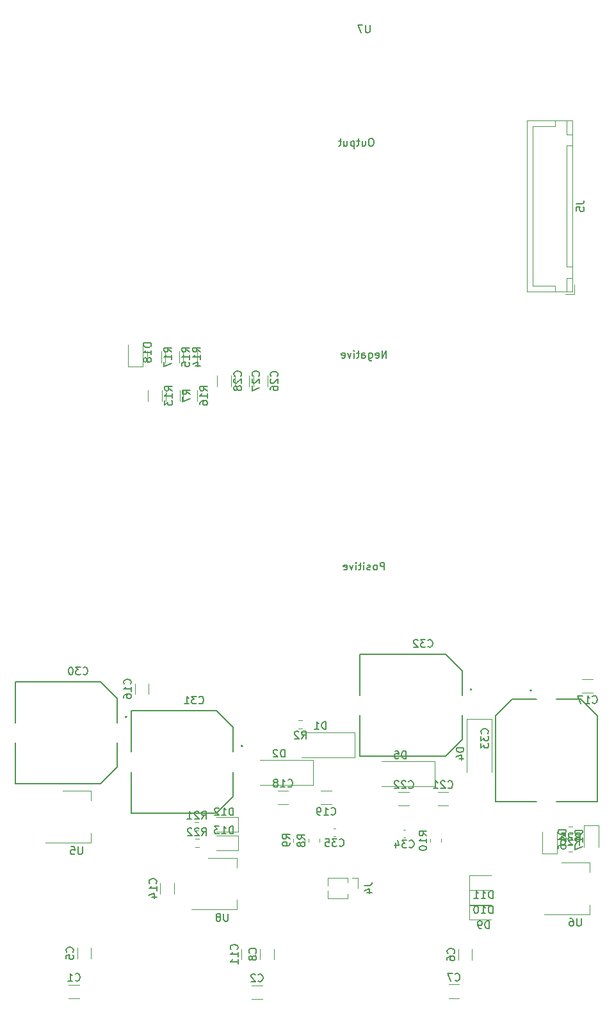
<source format=gbr>
%TF.GenerationSoftware,KiCad,Pcbnew,7.0.9*%
%TF.CreationDate,2024-01-28T15:24:27+05:30*%
%TF.ProjectId,Inverter,496e7665-7274-4657-922e-6b696361645f,rev?*%
%TF.SameCoordinates,Original*%
%TF.FileFunction,Legend,Bot*%
%TF.FilePolarity,Positive*%
%FSLAX46Y46*%
G04 Gerber Fmt 4.6, Leading zero omitted, Abs format (unit mm)*
G04 Created by KiCad (PCBNEW 7.0.9) date 2024-01-28 15:24:27*
%MOMM*%
%LPD*%
G01*
G04 APERTURE LIST*
%ADD10C,0.150000*%
%ADD11C,0.120000*%
%ADD12C,0.127000*%
%ADD13C,0.200000*%
G04 APERTURE END LIST*
D10*
X44229580Y-156837142D02*
X44277200Y-156789523D01*
X44277200Y-156789523D02*
X44324819Y-156646666D01*
X44324819Y-156646666D02*
X44324819Y-156551428D01*
X44324819Y-156551428D02*
X44277200Y-156408571D01*
X44277200Y-156408571D02*
X44181961Y-156313333D01*
X44181961Y-156313333D02*
X44086723Y-156265714D01*
X44086723Y-156265714D02*
X43896247Y-156218095D01*
X43896247Y-156218095D02*
X43753390Y-156218095D01*
X43753390Y-156218095D02*
X43562914Y-156265714D01*
X43562914Y-156265714D02*
X43467676Y-156313333D01*
X43467676Y-156313333D02*
X43372438Y-156408571D01*
X43372438Y-156408571D02*
X43324819Y-156551428D01*
X43324819Y-156551428D02*
X43324819Y-156646666D01*
X43324819Y-156646666D02*
X43372438Y-156789523D01*
X43372438Y-156789523D02*
X43420057Y-156837142D01*
X44324819Y-157789523D02*
X44324819Y-157218095D01*
X44324819Y-157503809D02*
X43324819Y-157503809D01*
X43324819Y-157503809D02*
X43467676Y-157408571D01*
X43467676Y-157408571D02*
X43562914Y-157313333D01*
X43562914Y-157313333D02*
X43610533Y-157218095D01*
X44324819Y-158741904D02*
X44324819Y-158170476D01*
X44324819Y-158456190D02*
X43324819Y-158456190D01*
X43324819Y-158456190D02*
X43467676Y-158360952D01*
X43467676Y-158360952D02*
X43562914Y-158265714D01*
X43562914Y-158265714D02*
X43610533Y-158170476D01*
X39555657Y-141798219D02*
X39888990Y-141322028D01*
X40127085Y-141798219D02*
X40127085Y-140798219D01*
X40127085Y-140798219D02*
X39746133Y-140798219D01*
X39746133Y-140798219D02*
X39650895Y-140845838D01*
X39650895Y-140845838D02*
X39603276Y-140893457D01*
X39603276Y-140893457D02*
X39555657Y-140988695D01*
X39555657Y-140988695D02*
X39555657Y-141131552D01*
X39555657Y-141131552D02*
X39603276Y-141226790D01*
X39603276Y-141226790D02*
X39650895Y-141274409D01*
X39650895Y-141274409D02*
X39746133Y-141322028D01*
X39746133Y-141322028D02*
X40127085Y-141322028D01*
X39174704Y-140893457D02*
X39127085Y-140845838D01*
X39127085Y-140845838D02*
X39031847Y-140798219D01*
X39031847Y-140798219D02*
X38793752Y-140798219D01*
X38793752Y-140798219D02*
X38698514Y-140845838D01*
X38698514Y-140845838D02*
X38650895Y-140893457D01*
X38650895Y-140893457D02*
X38603276Y-140988695D01*
X38603276Y-140988695D02*
X38603276Y-141083933D01*
X38603276Y-141083933D02*
X38650895Y-141226790D01*
X38650895Y-141226790D02*
X39222323Y-141798219D01*
X39222323Y-141798219D02*
X38603276Y-141798219D01*
X38222323Y-140893457D02*
X38174704Y-140845838D01*
X38174704Y-140845838D02*
X38079466Y-140798219D01*
X38079466Y-140798219D02*
X37841371Y-140798219D01*
X37841371Y-140798219D02*
X37746133Y-140845838D01*
X37746133Y-140845838D02*
X37698514Y-140893457D01*
X37698514Y-140893457D02*
X37650895Y-140988695D01*
X37650895Y-140988695D02*
X37650895Y-141083933D01*
X37650895Y-141083933D02*
X37698514Y-141226790D01*
X37698514Y-141226790D02*
X38269942Y-141798219D01*
X38269942Y-141798219D02*
X37650895Y-141798219D01*
X47091380Y-81068942D02*
X47139000Y-81021323D01*
X47139000Y-81021323D02*
X47186619Y-80878466D01*
X47186619Y-80878466D02*
X47186619Y-80783228D01*
X47186619Y-80783228D02*
X47139000Y-80640371D01*
X47139000Y-80640371D02*
X47043761Y-80545133D01*
X47043761Y-80545133D02*
X46948523Y-80497514D01*
X46948523Y-80497514D02*
X46758047Y-80449895D01*
X46758047Y-80449895D02*
X46615190Y-80449895D01*
X46615190Y-80449895D02*
X46424714Y-80497514D01*
X46424714Y-80497514D02*
X46329476Y-80545133D01*
X46329476Y-80545133D02*
X46234238Y-80640371D01*
X46234238Y-80640371D02*
X46186619Y-80783228D01*
X46186619Y-80783228D02*
X46186619Y-80878466D01*
X46186619Y-80878466D02*
X46234238Y-81021323D01*
X46234238Y-81021323D02*
X46281857Y-81068942D01*
X46281857Y-81449895D02*
X46234238Y-81497514D01*
X46234238Y-81497514D02*
X46186619Y-81592752D01*
X46186619Y-81592752D02*
X46186619Y-81830847D01*
X46186619Y-81830847D02*
X46234238Y-81926085D01*
X46234238Y-81926085D02*
X46281857Y-81973704D01*
X46281857Y-81973704D02*
X46377095Y-82021323D01*
X46377095Y-82021323D02*
X46472333Y-82021323D01*
X46472333Y-82021323D02*
X46615190Y-81973704D01*
X46615190Y-81973704D02*
X47186619Y-81402276D01*
X47186619Y-81402276D02*
X47186619Y-82021323D01*
X46186619Y-82354657D02*
X46186619Y-83021323D01*
X46186619Y-83021323D02*
X47186619Y-82592752D01*
X89104819Y-58316666D02*
X89819104Y-58316666D01*
X89819104Y-58316666D02*
X89961961Y-58269047D01*
X89961961Y-58269047D02*
X90057200Y-58173809D01*
X90057200Y-58173809D02*
X90104819Y-58030952D01*
X90104819Y-58030952D02*
X90104819Y-57935714D01*
X89104819Y-59269047D02*
X89104819Y-58792857D01*
X89104819Y-58792857D02*
X89581009Y-58745238D01*
X89581009Y-58745238D02*
X89533390Y-58792857D01*
X89533390Y-58792857D02*
X89485771Y-58888095D01*
X89485771Y-58888095D02*
X89485771Y-59126190D01*
X89485771Y-59126190D02*
X89533390Y-59221428D01*
X89533390Y-59221428D02*
X89581009Y-59269047D01*
X89581009Y-59269047D02*
X89676247Y-59316666D01*
X89676247Y-59316666D02*
X89914342Y-59316666D01*
X89914342Y-59316666D02*
X90009580Y-59269047D01*
X90009580Y-59269047D02*
X90057200Y-59221428D01*
X90057200Y-59221428D02*
X90104819Y-59126190D01*
X90104819Y-59126190D02*
X90104819Y-58888095D01*
X90104819Y-58888095D02*
X90057200Y-58792857D01*
X90057200Y-58792857D02*
X90009580Y-58745238D01*
X35650419Y-83024742D02*
X35174228Y-82691409D01*
X35650419Y-82453314D02*
X34650419Y-82453314D01*
X34650419Y-82453314D02*
X34650419Y-82834266D01*
X34650419Y-82834266D02*
X34698038Y-82929504D01*
X34698038Y-82929504D02*
X34745657Y-82977123D01*
X34745657Y-82977123D02*
X34840895Y-83024742D01*
X34840895Y-83024742D02*
X34983752Y-83024742D01*
X34983752Y-83024742D02*
X35078990Y-82977123D01*
X35078990Y-82977123D02*
X35126609Y-82929504D01*
X35126609Y-82929504D02*
X35174228Y-82834266D01*
X35174228Y-82834266D02*
X35174228Y-82453314D01*
X35650419Y-83977123D02*
X35650419Y-83405695D01*
X35650419Y-83691409D02*
X34650419Y-83691409D01*
X34650419Y-83691409D02*
X34793276Y-83596171D01*
X34793276Y-83596171D02*
X34888514Y-83500933D01*
X34888514Y-83500933D02*
X34936133Y-83405695D01*
X34650419Y-84310457D02*
X34650419Y-84929504D01*
X34650419Y-84929504D02*
X35031371Y-84596171D01*
X35031371Y-84596171D02*
X35031371Y-84739028D01*
X35031371Y-84739028D02*
X35078990Y-84834266D01*
X35078990Y-84834266D02*
X35126609Y-84881885D01*
X35126609Y-84881885D02*
X35221847Y-84929504D01*
X35221847Y-84929504D02*
X35459942Y-84929504D01*
X35459942Y-84929504D02*
X35555180Y-84881885D01*
X35555180Y-84881885D02*
X35602800Y-84834266D01*
X35602800Y-84834266D02*
X35650419Y-84739028D01*
X35650419Y-84739028D02*
X35650419Y-84453314D01*
X35650419Y-84453314D02*
X35602800Y-84358076D01*
X35602800Y-84358076D02*
X35555180Y-84310457D01*
X69453057Y-116811580D02*
X69500676Y-116859200D01*
X69500676Y-116859200D02*
X69643533Y-116906819D01*
X69643533Y-116906819D02*
X69738771Y-116906819D01*
X69738771Y-116906819D02*
X69881628Y-116859200D01*
X69881628Y-116859200D02*
X69976866Y-116763961D01*
X69976866Y-116763961D02*
X70024485Y-116668723D01*
X70024485Y-116668723D02*
X70072104Y-116478247D01*
X70072104Y-116478247D02*
X70072104Y-116335390D01*
X70072104Y-116335390D02*
X70024485Y-116144914D01*
X70024485Y-116144914D02*
X69976866Y-116049676D01*
X69976866Y-116049676D02*
X69881628Y-115954438D01*
X69881628Y-115954438D02*
X69738771Y-115906819D01*
X69738771Y-115906819D02*
X69643533Y-115906819D01*
X69643533Y-115906819D02*
X69500676Y-115954438D01*
X69500676Y-115954438D02*
X69453057Y-116002057D01*
X69119723Y-115906819D02*
X68500676Y-115906819D01*
X68500676Y-115906819D02*
X68834009Y-116287771D01*
X68834009Y-116287771D02*
X68691152Y-116287771D01*
X68691152Y-116287771D02*
X68595914Y-116335390D01*
X68595914Y-116335390D02*
X68548295Y-116383009D01*
X68548295Y-116383009D02*
X68500676Y-116478247D01*
X68500676Y-116478247D02*
X68500676Y-116716342D01*
X68500676Y-116716342D02*
X68548295Y-116811580D01*
X68548295Y-116811580D02*
X68595914Y-116859200D01*
X68595914Y-116859200D02*
X68691152Y-116906819D01*
X68691152Y-116906819D02*
X68976866Y-116906819D01*
X68976866Y-116906819D02*
X69072104Y-116859200D01*
X69072104Y-116859200D02*
X69119723Y-116811580D01*
X68119723Y-116002057D02*
X68072104Y-115954438D01*
X68072104Y-115954438D02*
X67976866Y-115906819D01*
X67976866Y-115906819D02*
X67738771Y-115906819D01*
X67738771Y-115906819D02*
X67643533Y-115954438D01*
X67643533Y-115954438D02*
X67595914Y-116002057D01*
X67595914Y-116002057D02*
X67548295Y-116097295D01*
X67548295Y-116097295D02*
X67548295Y-116192533D01*
X67548295Y-116192533D02*
X67595914Y-116335390D01*
X67595914Y-116335390D02*
X68167342Y-116906819D01*
X68167342Y-116906819D02*
X67548295Y-116906819D01*
X40298619Y-83024742D02*
X39822428Y-82691409D01*
X40298619Y-82453314D02*
X39298619Y-82453314D01*
X39298619Y-82453314D02*
X39298619Y-82834266D01*
X39298619Y-82834266D02*
X39346238Y-82929504D01*
X39346238Y-82929504D02*
X39393857Y-82977123D01*
X39393857Y-82977123D02*
X39489095Y-83024742D01*
X39489095Y-83024742D02*
X39631952Y-83024742D01*
X39631952Y-83024742D02*
X39727190Y-82977123D01*
X39727190Y-82977123D02*
X39774809Y-82929504D01*
X39774809Y-82929504D02*
X39822428Y-82834266D01*
X39822428Y-82834266D02*
X39822428Y-82453314D01*
X40298619Y-83977123D02*
X40298619Y-83405695D01*
X40298619Y-83691409D02*
X39298619Y-83691409D01*
X39298619Y-83691409D02*
X39441476Y-83596171D01*
X39441476Y-83596171D02*
X39536714Y-83500933D01*
X39536714Y-83500933D02*
X39584333Y-83405695D01*
X39298619Y-84834266D02*
X39298619Y-84643790D01*
X39298619Y-84643790D02*
X39346238Y-84548552D01*
X39346238Y-84548552D02*
X39393857Y-84500933D01*
X39393857Y-84500933D02*
X39536714Y-84405695D01*
X39536714Y-84405695D02*
X39727190Y-84358076D01*
X39727190Y-84358076D02*
X40108142Y-84358076D01*
X40108142Y-84358076D02*
X40203380Y-84405695D01*
X40203380Y-84405695D02*
X40251000Y-84453314D01*
X40251000Y-84453314D02*
X40298619Y-84548552D01*
X40298619Y-84548552D02*
X40298619Y-84739028D01*
X40298619Y-84739028D02*
X40251000Y-84834266D01*
X40251000Y-84834266D02*
X40203380Y-84881885D01*
X40203380Y-84881885D02*
X40108142Y-84929504D01*
X40108142Y-84929504D02*
X39870047Y-84929504D01*
X39870047Y-84929504D02*
X39774809Y-84881885D01*
X39774809Y-84881885D02*
X39727190Y-84834266D01*
X39727190Y-84834266D02*
X39679571Y-84739028D01*
X39679571Y-84739028D02*
X39679571Y-84548552D01*
X39679571Y-84548552D02*
X39727190Y-84453314D01*
X39727190Y-84453314D02*
X39774809Y-84405695D01*
X39774809Y-84405695D02*
X39870047Y-84358076D01*
X69289819Y-141825742D02*
X68813628Y-141492409D01*
X69289819Y-141254314D02*
X68289819Y-141254314D01*
X68289819Y-141254314D02*
X68289819Y-141635266D01*
X68289819Y-141635266D02*
X68337438Y-141730504D01*
X68337438Y-141730504D02*
X68385057Y-141778123D01*
X68385057Y-141778123D02*
X68480295Y-141825742D01*
X68480295Y-141825742D02*
X68623152Y-141825742D01*
X68623152Y-141825742D02*
X68718390Y-141778123D01*
X68718390Y-141778123D02*
X68766009Y-141730504D01*
X68766009Y-141730504D02*
X68813628Y-141635266D01*
X68813628Y-141635266D02*
X68813628Y-141254314D01*
X69289819Y-142778123D02*
X69289819Y-142206695D01*
X69289819Y-142492409D02*
X68289819Y-142492409D01*
X68289819Y-142492409D02*
X68432676Y-142397171D01*
X68432676Y-142397171D02*
X68527914Y-142301933D01*
X68527914Y-142301933D02*
X68575533Y-142206695D01*
X68289819Y-143397171D02*
X68289819Y-143492409D01*
X68289819Y-143492409D02*
X68337438Y-143587647D01*
X68337438Y-143587647D02*
X68385057Y-143635266D01*
X68385057Y-143635266D02*
X68480295Y-143682885D01*
X68480295Y-143682885D02*
X68670771Y-143730504D01*
X68670771Y-143730504D02*
X68908866Y-143730504D01*
X68908866Y-143730504D02*
X69099342Y-143682885D01*
X69099342Y-143682885D02*
X69194580Y-143635266D01*
X69194580Y-143635266D02*
X69242200Y-143587647D01*
X69242200Y-143587647D02*
X69289819Y-143492409D01*
X69289819Y-143492409D02*
X69289819Y-143397171D01*
X69289819Y-143397171D02*
X69242200Y-143301933D01*
X69242200Y-143301933D02*
X69194580Y-143254314D01*
X69194580Y-143254314D02*
X69099342Y-143206695D01*
X69099342Y-143206695D02*
X68908866Y-143159076D01*
X68908866Y-143159076D02*
X68670771Y-143159076D01*
X68670771Y-143159076D02*
X68480295Y-143206695D01*
X68480295Y-143206695D02*
X68385057Y-143254314D01*
X68385057Y-143254314D02*
X68337438Y-143301933D01*
X68337438Y-143301933D02*
X68289819Y-143397171D01*
X66911457Y-135466380D02*
X66959076Y-135514000D01*
X66959076Y-135514000D02*
X67101933Y-135561619D01*
X67101933Y-135561619D02*
X67197171Y-135561619D01*
X67197171Y-135561619D02*
X67340028Y-135514000D01*
X67340028Y-135514000D02*
X67435266Y-135418761D01*
X67435266Y-135418761D02*
X67482885Y-135323523D01*
X67482885Y-135323523D02*
X67530504Y-135133047D01*
X67530504Y-135133047D02*
X67530504Y-134990190D01*
X67530504Y-134990190D02*
X67482885Y-134799714D01*
X67482885Y-134799714D02*
X67435266Y-134704476D01*
X67435266Y-134704476D02*
X67340028Y-134609238D01*
X67340028Y-134609238D02*
X67197171Y-134561619D01*
X67197171Y-134561619D02*
X67101933Y-134561619D01*
X67101933Y-134561619D02*
X66959076Y-134609238D01*
X66959076Y-134609238D02*
X66911457Y-134656857D01*
X66530504Y-134656857D02*
X66482885Y-134609238D01*
X66482885Y-134609238D02*
X66387647Y-134561619D01*
X66387647Y-134561619D02*
X66149552Y-134561619D01*
X66149552Y-134561619D02*
X66054314Y-134609238D01*
X66054314Y-134609238D02*
X66006695Y-134656857D01*
X66006695Y-134656857D02*
X65959076Y-134752095D01*
X65959076Y-134752095D02*
X65959076Y-134847333D01*
X65959076Y-134847333D02*
X66006695Y-134990190D01*
X66006695Y-134990190D02*
X66578123Y-135561619D01*
X66578123Y-135561619D02*
X65959076Y-135561619D01*
X65578123Y-134656857D02*
X65530504Y-134609238D01*
X65530504Y-134609238D02*
X65435266Y-134561619D01*
X65435266Y-134561619D02*
X65197171Y-134561619D01*
X65197171Y-134561619D02*
X65101933Y-134609238D01*
X65101933Y-134609238D02*
X65054314Y-134656857D01*
X65054314Y-134656857D02*
X65006695Y-134752095D01*
X65006695Y-134752095D02*
X65006695Y-134847333D01*
X65006695Y-134847333D02*
X65054314Y-134990190D01*
X65054314Y-134990190D02*
X65625742Y-135561619D01*
X65625742Y-135561619D02*
X65006695Y-135561619D01*
X47004266Y-161018780D02*
X47051885Y-161066400D01*
X47051885Y-161066400D02*
X47194742Y-161114019D01*
X47194742Y-161114019D02*
X47289980Y-161114019D01*
X47289980Y-161114019D02*
X47432837Y-161066400D01*
X47432837Y-161066400D02*
X47528075Y-160971161D01*
X47528075Y-160971161D02*
X47575694Y-160875923D01*
X47575694Y-160875923D02*
X47623313Y-160685447D01*
X47623313Y-160685447D02*
X47623313Y-160542590D01*
X47623313Y-160542590D02*
X47575694Y-160352114D01*
X47575694Y-160352114D02*
X47528075Y-160256876D01*
X47528075Y-160256876D02*
X47432837Y-160161638D01*
X47432837Y-160161638D02*
X47289980Y-160114019D01*
X47289980Y-160114019D02*
X47194742Y-160114019D01*
X47194742Y-160114019D02*
X47051885Y-160161638D01*
X47051885Y-160161638D02*
X47004266Y-160209257D01*
X46623313Y-160209257D02*
X46575694Y-160161638D01*
X46575694Y-160161638D02*
X46480456Y-160114019D01*
X46480456Y-160114019D02*
X46242361Y-160114019D01*
X46242361Y-160114019D02*
X46147123Y-160161638D01*
X46147123Y-160161638D02*
X46099504Y-160209257D01*
X46099504Y-160209257D02*
X46051885Y-160304495D01*
X46051885Y-160304495D02*
X46051885Y-160399733D01*
X46051885Y-160399733D02*
X46099504Y-160542590D01*
X46099504Y-160542590D02*
X46670932Y-161114019D01*
X46670932Y-161114019D02*
X46051885Y-161114019D01*
X51205019Y-142251133D02*
X50728828Y-141917800D01*
X51205019Y-141679705D02*
X50205019Y-141679705D01*
X50205019Y-141679705D02*
X50205019Y-142060657D01*
X50205019Y-142060657D02*
X50252638Y-142155895D01*
X50252638Y-142155895D02*
X50300257Y-142203514D01*
X50300257Y-142203514D02*
X50395495Y-142251133D01*
X50395495Y-142251133D02*
X50538352Y-142251133D01*
X50538352Y-142251133D02*
X50633590Y-142203514D01*
X50633590Y-142203514D02*
X50681209Y-142155895D01*
X50681209Y-142155895D02*
X50728828Y-142060657D01*
X50728828Y-142060657D02*
X50728828Y-141679705D01*
X51205019Y-142727324D02*
X51205019Y-142917800D01*
X51205019Y-142917800D02*
X51157400Y-143013038D01*
X51157400Y-143013038D02*
X51109780Y-143060657D01*
X51109780Y-143060657D02*
X50966923Y-143155895D01*
X50966923Y-143155895D02*
X50776447Y-143203514D01*
X50776447Y-143203514D02*
X50395495Y-143203514D01*
X50395495Y-143203514D02*
X50300257Y-143155895D01*
X50300257Y-143155895D02*
X50252638Y-143108276D01*
X50252638Y-143108276D02*
X50205019Y-143013038D01*
X50205019Y-143013038D02*
X50205019Y-142822562D01*
X50205019Y-142822562D02*
X50252638Y-142727324D01*
X50252638Y-142727324D02*
X50300257Y-142679705D01*
X50300257Y-142679705D02*
X50395495Y-142632086D01*
X50395495Y-142632086D02*
X50633590Y-142632086D01*
X50633590Y-142632086D02*
X50728828Y-142679705D01*
X50728828Y-142679705D02*
X50776447Y-142727324D01*
X50776447Y-142727324D02*
X50824066Y-142822562D01*
X50824066Y-142822562D02*
X50824066Y-143013038D01*
X50824066Y-143013038D02*
X50776447Y-143108276D01*
X50776447Y-143108276D02*
X50728828Y-143155895D01*
X50728828Y-143155895D02*
X50633590Y-143203514D01*
X88984057Y-142442219D02*
X89317390Y-141966028D01*
X89555485Y-142442219D02*
X89555485Y-141442219D01*
X89555485Y-141442219D02*
X89174533Y-141442219D01*
X89174533Y-141442219D02*
X89079295Y-141489838D01*
X89079295Y-141489838D02*
X89031676Y-141537457D01*
X89031676Y-141537457D02*
X88984057Y-141632695D01*
X88984057Y-141632695D02*
X88984057Y-141775552D01*
X88984057Y-141775552D02*
X89031676Y-141870790D01*
X89031676Y-141870790D02*
X89079295Y-141918409D01*
X89079295Y-141918409D02*
X89174533Y-141966028D01*
X89174533Y-141966028D02*
X89555485Y-141966028D01*
X88603104Y-141537457D02*
X88555485Y-141489838D01*
X88555485Y-141489838D02*
X88460247Y-141442219D01*
X88460247Y-141442219D02*
X88222152Y-141442219D01*
X88222152Y-141442219D02*
X88126914Y-141489838D01*
X88126914Y-141489838D02*
X88079295Y-141537457D01*
X88079295Y-141537457D02*
X88031676Y-141632695D01*
X88031676Y-141632695D02*
X88031676Y-141727933D01*
X88031676Y-141727933D02*
X88079295Y-141870790D01*
X88079295Y-141870790D02*
X88650723Y-142442219D01*
X88650723Y-142442219D02*
X88031676Y-142442219D01*
X87126914Y-141442219D02*
X87603104Y-141442219D01*
X87603104Y-141442219D02*
X87650723Y-141918409D01*
X87650723Y-141918409D02*
X87603104Y-141870790D01*
X87603104Y-141870790D02*
X87507866Y-141823171D01*
X87507866Y-141823171D02*
X87269771Y-141823171D01*
X87269771Y-141823171D02*
X87174533Y-141870790D01*
X87174533Y-141870790D02*
X87126914Y-141918409D01*
X87126914Y-141918409D02*
X87079295Y-142013647D01*
X87079295Y-142013647D02*
X87079295Y-142251742D01*
X87079295Y-142251742D02*
X87126914Y-142346980D01*
X87126914Y-142346980D02*
X87174533Y-142394600D01*
X87174533Y-142394600D02*
X87269771Y-142442219D01*
X87269771Y-142442219D02*
X87507866Y-142442219D01*
X87507866Y-142442219D02*
X87603104Y-142394600D01*
X87603104Y-142394600D02*
X87650723Y-142346980D01*
X33485380Y-148124942D02*
X33533000Y-148077323D01*
X33533000Y-148077323D02*
X33580619Y-147934466D01*
X33580619Y-147934466D02*
X33580619Y-147839228D01*
X33580619Y-147839228D02*
X33533000Y-147696371D01*
X33533000Y-147696371D02*
X33437761Y-147601133D01*
X33437761Y-147601133D02*
X33342523Y-147553514D01*
X33342523Y-147553514D02*
X33152047Y-147505895D01*
X33152047Y-147505895D02*
X33009190Y-147505895D01*
X33009190Y-147505895D02*
X32818714Y-147553514D01*
X32818714Y-147553514D02*
X32723476Y-147601133D01*
X32723476Y-147601133D02*
X32628238Y-147696371D01*
X32628238Y-147696371D02*
X32580619Y-147839228D01*
X32580619Y-147839228D02*
X32580619Y-147934466D01*
X32580619Y-147934466D02*
X32628238Y-148077323D01*
X32628238Y-148077323D02*
X32675857Y-148124942D01*
X33580619Y-149077323D02*
X33580619Y-148505895D01*
X33580619Y-148791609D02*
X32580619Y-148791609D01*
X32580619Y-148791609D02*
X32723476Y-148696371D01*
X32723476Y-148696371D02*
X32818714Y-148601133D01*
X32818714Y-148601133D02*
X32866333Y-148505895D01*
X32913952Y-149934466D02*
X33580619Y-149934466D01*
X32533000Y-149696371D02*
X33247285Y-149458276D01*
X33247285Y-149458276D02*
X33247285Y-150077323D01*
X89889219Y-141110914D02*
X88889219Y-141110914D01*
X88889219Y-141110914D02*
X88889219Y-141349009D01*
X88889219Y-141349009D02*
X88936838Y-141491866D01*
X88936838Y-141491866D02*
X89032076Y-141587104D01*
X89032076Y-141587104D02*
X89127314Y-141634723D01*
X89127314Y-141634723D02*
X89317790Y-141682342D01*
X89317790Y-141682342D02*
X89460647Y-141682342D01*
X89460647Y-141682342D02*
X89651123Y-141634723D01*
X89651123Y-141634723D02*
X89746361Y-141587104D01*
X89746361Y-141587104D02*
X89841600Y-141491866D01*
X89841600Y-141491866D02*
X89889219Y-141349009D01*
X89889219Y-141349009D02*
X89889219Y-141110914D01*
X89889219Y-142634723D02*
X89889219Y-142063295D01*
X89889219Y-142349009D02*
X88889219Y-142349009D01*
X88889219Y-142349009D02*
X89032076Y-142253771D01*
X89032076Y-142253771D02*
X89127314Y-142158533D01*
X89127314Y-142158533D02*
X89174933Y-142063295D01*
X88889219Y-142968057D02*
X88889219Y-143634723D01*
X88889219Y-143634723D02*
X89889219Y-143206152D01*
X23831857Y-120443780D02*
X23879476Y-120491400D01*
X23879476Y-120491400D02*
X24022333Y-120539019D01*
X24022333Y-120539019D02*
X24117571Y-120539019D01*
X24117571Y-120539019D02*
X24260428Y-120491400D01*
X24260428Y-120491400D02*
X24355666Y-120396161D01*
X24355666Y-120396161D02*
X24403285Y-120300923D01*
X24403285Y-120300923D02*
X24450904Y-120110447D01*
X24450904Y-120110447D02*
X24450904Y-119967590D01*
X24450904Y-119967590D02*
X24403285Y-119777114D01*
X24403285Y-119777114D02*
X24355666Y-119681876D01*
X24355666Y-119681876D02*
X24260428Y-119586638D01*
X24260428Y-119586638D02*
X24117571Y-119539019D01*
X24117571Y-119539019D02*
X24022333Y-119539019D01*
X24022333Y-119539019D02*
X23879476Y-119586638D01*
X23879476Y-119586638D02*
X23831857Y-119634257D01*
X23498523Y-119539019D02*
X22879476Y-119539019D01*
X22879476Y-119539019D02*
X23212809Y-119919971D01*
X23212809Y-119919971D02*
X23069952Y-119919971D01*
X23069952Y-119919971D02*
X22974714Y-119967590D01*
X22974714Y-119967590D02*
X22927095Y-120015209D01*
X22927095Y-120015209D02*
X22879476Y-120110447D01*
X22879476Y-120110447D02*
X22879476Y-120348542D01*
X22879476Y-120348542D02*
X22927095Y-120443780D01*
X22927095Y-120443780D02*
X22974714Y-120491400D01*
X22974714Y-120491400D02*
X23069952Y-120539019D01*
X23069952Y-120539019D02*
X23355666Y-120539019D01*
X23355666Y-120539019D02*
X23450904Y-120491400D01*
X23450904Y-120491400D02*
X23498523Y-120443780D01*
X22260428Y-119539019D02*
X22165190Y-119539019D01*
X22165190Y-119539019D02*
X22069952Y-119586638D01*
X22069952Y-119586638D02*
X22022333Y-119634257D01*
X22022333Y-119634257D02*
X21974714Y-119729495D01*
X21974714Y-119729495D02*
X21927095Y-119919971D01*
X21927095Y-119919971D02*
X21927095Y-120158066D01*
X21927095Y-120158066D02*
X21974714Y-120348542D01*
X21974714Y-120348542D02*
X22022333Y-120443780D01*
X22022333Y-120443780D02*
X22069952Y-120491400D01*
X22069952Y-120491400D02*
X22165190Y-120539019D01*
X22165190Y-120539019D02*
X22260428Y-120539019D01*
X22260428Y-120539019D02*
X22355666Y-120491400D01*
X22355666Y-120491400D02*
X22403285Y-120443780D01*
X22403285Y-120443780D02*
X22450904Y-120348542D01*
X22450904Y-120348542D02*
X22498523Y-120158066D01*
X22498523Y-120158066D02*
X22498523Y-119919971D01*
X22498523Y-119919971D02*
X22450904Y-119729495D01*
X22450904Y-119729495D02*
X22403285Y-119634257D01*
X22403285Y-119634257D02*
X22355666Y-119586638D01*
X22355666Y-119586638D02*
X22260428Y-119539019D01*
X49529780Y-81094342D02*
X49577400Y-81046723D01*
X49577400Y-81046723D02*
X49625019Y-80903866D01*
X49625019Y-80903866D02*
X49625019Y-80808628D01*
X49625019Y-80808628D02*
X49577400Y-80665771D01*
X49577400Y-80665771D02*
X49482161Y-80570533D01*
X49482161Y-80570533D02*
X49386923Y-80522914D01*
X49386923Y-80522914D02*
X49196447Y-80475295D01*
X49196447Y-80475295D02*
X49053590Y-80475295D01*
X49053590Y-80475295D02*
X48863114Y-80522914D01*
X48863114Y-80522914D02*
X48767876Y-80570533D01*
X48767876Y-80570533D02*
X48672638Y-80665771D01*
X48672638Y-80665771D02*
X48625019Y-80808628D01*
X48625019Y-80808628D02*
X48625019Y-80903866D01*
X48625019Y-80903866D02*
X48672638Y-81046723D01*
X48672638Y-81046723D02*
X48720257Y-81094342D01*
X48720257Y-81475295D02*
X48672638Y-81522914D01*
X48672638Y-81522914D02*
X48625019Y-81618152D01*
X48625019Y-81618152D02*
X48625019Y-81856247D01*
X48625019Y-81856247D02*
X48672638Y-81951485D01*
X48672638Y-81951485D02*
X48720257Y-81999104D01*
X48720257Y-81999104D02*
X48815495Y-82046723D01*
X48815495Y-82046723D02*
X48910733Y-82046723D01*
X48910733Y-82046723D02*
X49053590Y-81999104D01*
X49053590Y-81999104D02*
X49625019Y-81427676D01*
X49625019Y-81427676D02*
X49625019Y-82046723D01*
X48625019Y-82903866D02*
X48625019Y-82713390D01*
X48625019Y-82713390D02*
X48672638Y-82618152D01*
X48672638Y-82618152D02*
X48720257Y-82570533D01*
X48720257Y-82570533D02*
X48863114Y-82475295D01*
X48863114Y-82475295D02*
X49053590Y-82427676D01*
X49053590Y-82427676D02*
X49434542Y-82427676D01*
X49434542Y-82427676D02*
X49529780Y-82475295D01*
X49529780Y-82475295D02*
X49577400Y-82522914D01*
X49577400Y-82522914D02*
X49625019Y-82618152D01*
X49625019Y-82618152D02*
X49625019Y-82808628D01*
X49625019Y-82808628D02*
X49577400Y-82903866D01*
X49577400Y-82903866D02*
X49529780Y-82951485D01*
X49529780Y-82951485D02*
X49434542Y-82999104D01*
X49434542Y-82999104D02*
X49196447Y-82999104D01*
X49196447Y-82999104D02*
X49101209Y-82951485D01*
X49101209Y-82951485D02*
X49053590Y-82903866D01*
X49053590Y-82903866D02*
X49005971Y-82808628D01*
X49005971Y-82808628D02*
X49005971Y-82618152D01*
X49005971Y-82618152D02*
X49053590Y-82522914D01*
X49053590Y-82522914D02*
X49101209Y-82475295D01*
X49101209Y-82475295D02*
X49196447Y-82427676D01*
X35548819Y-77919342D02*
X35072628Y-77586009D01*
X35548819Y-77347914D02*
X34548819Y-77347914D01*
X34548819Y-77347914D02*
X34548819Y-77728866D01*
X34548819Y-77728866D02*
X34596438Y-77824104D01*
X34596438Y-77824104D02*
X34644057Y-77871723D01*
X34644057Y-77871723D02*
X34739295Y-77919342D01*
X34739295Y-77919342D02*
X34882152Y-77919342D01*
X34882152Y-77919342D02*
X34977390Y-77871723D01*
X34977390Y-77871723D02*
X35025009Y-77824104D01*
X35025009Y-77824104D02*
X35072628Y-77728866D01*
X35072628Y-77728866D02*
X35072628Y-77347914D01*
X35548819Y-78871723D02*
X35548819Y-78300295D01*
X35548819Y-78586009D02*
X34548819Y-78586009D01*
X34548819Y-78586009D02*
X34691676Y-78490771D01*
X34691676Y-78490771D02*
X34786914Y-78395533D01*
X34786914Y-78395533D02*
X34834533Y-78300295D01*
X34548819Y-79205057D02*
X34548819Y-79871723D01*
X34548819Y-79871723D02*
X35548819Y-79443152D01*
X56649857Y-138988580D02*
X56697476Y-139036200D01*
X56697476Y-139036200D02*
X56840333Y-139083819D01*
X56840333Y-139083819D02*
X56935571Y-139083819D01*
X56935571Y-139083819D02*
X57078428Y-139036200D01*
X57078428Y-139036200D02*
X57173666Y-138940961D01*
X57173666Y-138940961D02*
X57221285Y-138845723D01*
X57221285Y-138845723D02*
X57268904Y-138655247D01*
X57268904Y-138655247D02*
X57268904Y-138512390D01*
X57268904Y-138512390D02*
X57221285Y-138321914D01*
X57221285Y-138321914D02*
X57173666Y-138226676D01*
X57173666Y-138226676D02*
X57078428Y-138131438D01*
X57078428Y-138131438D02*
X56935571Y-138083819D01*
X56935571Y-138083819D02*
X56840333Y-138083819D01*
X56840333Y-138083819D02*
X56697476Y-138131438D01*
X56697476Y-138131438D02*
X56649857Y-138179057D01*
X55697476Y-139083819D02*
X56268904Y-139083819D01*
X55983190Y-139083819D02*
X55983190Y-138083819D01*
X55983190Y-138083819D02*
X56078428Y-138226676D01*
X56078428Y-138226676D02*
X56173666Y-138321914D01*
X56173666Y-138321914D02*
X56268904Y-138369533D01*
X55221285Y-139083819D02*
X55030809Y-139083819D01*
X55030809Y-139083819D02*
X54935571Y-139036200D01*
X54935571Y-139036200D02*
X54887952Y-138988580D01*
X54887952Y-138988580D02*
X54792714Y-138845723D01*
X54792714Y-138845723D02*
X54745095Y-138655247D01*
X54745095Y-138655247D02*
X54745095Y-138274295D01*
X54745095Y-138274295D02*
X54792714Y-138179057D01*
X54792714Y-138179057D02*
X54840333Y-138131438D01*
X54840333Y-138131438D02*
X54935571Y-138083819D01*
X54935571Y-138083819D02*
X55126047Y-138083819D01*
X55126047Y-138083819D02*
X55221285Y-138131438D01*
X55221285Y-138131438D02*
X55268904Y-138179057D01*
X55268904Y-138179057D02*
X55316523Y-138274295D01*
X55316523Y-138274295D02*
X55316523Y-138512390D01*
X55316523Y-138512390D02*
X55268904Y-138607628D01*
X55268904Y-138607628D02*
X55221285Y-138655247D01*
X55221285Y-138655247D02*
X55126047Y-138702866D01*
X55126047Y-138702866D02*
X54935571Y-138702866D01*
X54935571Y-138702866D02*
X54840333Y-138655247D01*
X54840333Y-138655247D02*
X54792714Y-138607628D01*
X54792714Y-138607628D02*
X54745095Y-138512390D01*
X88933257Y-143041619D02*
X89266590Y-142565428D01*
X89504685Y-143041619D02*
X89504685Y-142041619D01*
X89504685Y-142041619D02*
X89123733Y-142041619D01*
X89123733Y-142041619D02*
X89028495Y-142089238D01*
X89028495Y-142089238D02*
X88980876Y-142136857D01*
X88980876Y-142136857D02*
X88933257Y-142232095D01*
X88933257Y-142232095D02*
X88933257Y-142374952D01*
X88933257Y-142374952D02*
X88980876Y-142470190D01*
X88980876Y-142470190D02*
X89028495Y-142517809D01*
X89028495Y-142517809D02*
X89123733Y-142565428D01*
X89123733Y-142565428D02*
X89504685Y-142565428D01*
X88552304Y-142136857D02*
X88504685Y-142089238D01*
X88504685Y-142089238D02*
X88409447Y-142041619D01*
X88409447Y-142041619D02*
X88171352Y-142041619D01*
X88171352Y-142041619D02*
X88076114Y-142089238D01*
X88076114Y-142089238D02*
X88028495Y-142136857D01*
X88028495Y-142136857D02*
X87980876Y-142232095D01*
X87980876Y-142232095D02*
X87980876Y-142327333D01*
X87980876Y-142327333D02*
X88028495Y-142470190D01*
X88028495Y-142470190D02*
X88599923Y-143041619D01*
X88599923Y-143041619D02*
X87980876Y-143041619D01*
X87123733Y-142041619D02*
X87314209Y-142041619D01*
X87314209Y-142041619D02*
X87409447Y-142089238D01*
X87409447Y-142089238D02*
X87457066Y-142136857D01*
X87457066Y-142136857D02*
X87552304Y-142279714D01*
X87552304Y-142279714D02*
X87599923Y-142470190D01*
X87599923Y-142470190D02*
X87599923Y-142851142D01*
X87599923Y-142851142D02*
X87552304Y-142946380D01*
X87552304Y-142946380D02*
X87504685Y-142994000D01*
X87504685Y-142994000D02*
X87409447Y-143041619D01*
X87409447Y-143041619D02*
X87218971Y-143041619D01*
X87218971Y-143041619D02*
X87123733Y-142994000D01*
X87123733Y-142994000D02*
X87076114Y-142946380D01*
X87076114Y-142946380D02*
X87028495Y-142851142D01*
X87028495Y-142851142D02*
X87028495Y-142613047D01*
X87028495Y-142613047D02*
X87076114Y-142517809D01*
X87076114Y-142517809D02*
X87123733Y-142470190D01*
X87123733Y-142470190D02*
X87218971Y-142422571D01*
X87218971Y-142422571D02*
X87409447Y-142422571D01*
X87409447Y-142422571D02*
X87504685Y-142470190D01*
X87504685Y-142470190D02*
X87552304Y-142517809D01*
X87552304Y-142517809D02*
X87599923Y-142613047D01*
X77547694Y-154073019D02*
X77547694Y-153073019D01*
X77547694Y-153073019D02*
X77309599Y-153073019D01*
X77309599Y-153073019D02*
X77166742Y-153120638D01*
X77166742Y-153120638D02*
X77071504Y-153215876D01*
X77071504Y-153215876D02*
X77023885Y-153311114D01*
X77023885Y-153311114D02*
X76976266Y-153501590D01*
X76976266Y-153501590D02*
X76976266Y-153644447D01*
X76976266Y-153644447D02*
X77023885Y-153834923D01*
X77023885Y-153834923D02*
X77071504Y-153930161D01*
X77071504Y-153930161D02*
X77166742Y-154025400D01*
X77166742Y-154025400D02*
X77309599Y-154073019D01*
X77309599Y-154073019D02*
X77547694Y-154073019D01*
X76500075Y-154073019D02*
X76309599Y-154073019D01*
X76309599Y-154073019D02*
X76214361Y-154025400D01*
X76214361Y-154025400D02*
X76166742Y-153977780D01*
X76166742Y-153977780D02*
X76071504Y-153834923D01*
X76071504Y-153834923D02*
X76023885Y-153644447D01*
X76023885Y-153644447D02*
X76023885Y-153263495D01*
X76023885Y-153263495D02*
X76071504Y-153168257D01*
X76071504Y-153168257D02*
X76119123Y-153120638D01*
X76119123Y-153120638D02*
X76214361Y-153073019D01*
X76214361Y-153073019D02*
X76404837Y-153073019D01*
X76404837Y-153073019D02*
X76500075Y-153120638D01*
X76500075Y-153120638D02*
X76547694Y-153168257D01*
X76547694Y-153168257D02*
X76595313Y-153263495D01*
X76595313Y-153263495D02*
X76595313Y-153501590D01*
X76595313Y-153501590D02*
X76547694Y-153596828D01*
X76547694Y-153596828D02*
X76500075Y-153644447D01*
X76500075Y-153644447D02*
X76404837Y-153692066D01*
X76404837Y-153692066D02*
X76214361Y-153692066D01*
X76214361Y-153692066D02*
X76119123Y-153644447D01*
X76119123Y-153644447D02*
X76071504Y-153596828D01*
X76071504Y-153596828D02*
X76023885Y-153501590D01*
X66987657Y-143318380D02*
X67035276Y-143366000D01*
X67035276Y-143366000D02*
X67178133Y-143413619D01*
X67178133Y-143413619D02*
X67273371Y-143413619D01*
X67273371Y-143413619D02*
X67416228Y-143366000D01*
X67416228Y-143366000D02*
X67511466Y-143270761D01*
X67511466Y-143270761D02*
X67559085Y-143175523D01*
X67559085Y-143175523D02*
X67606704Y-142985047D01*
X67606704Y-142985047D02*
X67606704Y-142842190D01*
X67606704Y-142842190D02*
X67559085Y-142651714D01*
X67559085Y-142651714D02*
X67511466Y-142556476D01*
X67511466Y-142556476D02*
X67416228Y-142461238D01*
X67416228Y-142461238D02*
X67273371Y-142413619D01*
X67273371Y-142413619D02*
X67178133Y-142413619D01*
X67178133Y-142413619D02*
X67035276Y-142461238D01*
X67035276Y-142461238D02*
X66987657Y-142508857D01*
X66654323Y-142413619D02*
X66035276Y-142413619D01*
X66035276Y-142413619D02*
X66368609Y-142794571D01*
X66368609Y-142794571D02*
X66225752Y-142794571D01*
X66225752Y-142794571D02*
X66130514Y-142842190D01*
X66130514Y-142842190D02*
X66082895Y-142889809D01*
X66082895Y-142889809D02*
X66035276Y-142985047D01*
X66035276Y-142985047D02*
X66035276Y-143223142D01*
X66035276Y-143223142D02*
X66082895Y-143318380D01*
X66082895Y-143318380D02*
X66130514Y-143366000D01*
X66130514Y-143366000D02*
X66225752Y-143413619D01*
X66225752Y-143413619D02*
X66511466Y-143413619D01*
X66511466Y-143413619D02*
X66606704Y-143366000D01*
X66606704Y-143366000D02*
X66654323Y-143318380D01*
X65178133Y-142746952D02*
X65178133Y-143413619D01*
X65416228Y-142366000D02*
X65654323Y-143080285D01*
X65654323Y-143080285D02*
X65035276Y-143080285D01*
X52744666Y-129011819D02*
X53077999Y-128535628D01*
X53316094Y-129011819D02*
X53316094Y-128011819D01*
X53316094Y-128011819D02*
X52935142Y-128011819D01*
X52935142Y-128011819D02*
X52839904Y-128059438D01*
X52839904Y-128059438D02*
X52792285Y-128107057D01*
X52792285Y-128107057D02*
X52744666Y-128202295D01*
X52744666Y-128202295D02*
X52744666Y-128345152D01*
X52744666Y-128345152D02*
X52792285Y-128440390D01*
X52792285Y-128440390D02*
X52839904Y-128488009D01*
X52839904Y-128488009D02*
X52935142Y-128535628D01*
X52935142Y-128535628D02*
X53316094Y-128535628D01*
X52363713Y-128107057D02*
X52316094Y-128059438D01*
X52316094Y-128059438D02*
X52220856Y-128011819D01*
X52220856Y-128011819D02*
X51982761Y-128011819D01*
X51982761Y-128011819D02*
X51887523Y-128059438D01*
X51887523Y-128059438D02*
X51839904Y-128107057D01*
X51839904Y-128107057D02*
X51792285Y-128202295D01*
X51792285Y-128202295D02*
X51792285Y-128297533D01*
X51792285Y-128297533D02*
X51839904Y-128440390D01*
X51839904Y-128440390D02*
X52411332Y-129011819D01*
X52411332Y-129011819D02*
X51792285Y-129011819D01*
X55983094Y-127748819D02*
X55983094Y-126748819D01*
X55983094Y-126748819D02*
X55744999Y-126748819D01*
X55744999Y-126748819D02*
X55602142Y-126796438D01*
X55602142Y-126796438D02*
X55506904Y-126891676D01*
X55506904Y-126891676D02*
X55459285Y-126986914D01*
X55459285Y-126986914D02*
X55411666Y-127177390D01*
X55411666Y-127177390D02*
X55411666Y-127320247D01*
X55411666Y-127320247D02*
X55459285Y-127510723D01*
X55459285Y-127510723D02*
X55506904Y-127605961D01*
X55506904Y-127605961D02*
X55602142Y-127701200D01*
X55602142Y-127701200D02*
X55744999Y-127748819D01*
X55744999Y-127748819D02*
X55983094Y-127748819D01*
X54459285Y-127748819D02*
X55030713Y-127748819D01*
X54744999Y-127748819D02*
X54744999Y-126748819D01*
X54744999Y-126748819D02*
X54840237Y-126891676D01*
X54840237Y-126891676D02*
X54935475Y-126986914D01*
X54935475Y-126986914D02*
X55030713Y-127034533D01*
X61772704Y-34704619D02*
X61772704Y-35514142D01*
X61772704Y-35514142D02*
X61725085Y-35609380D01*
X61725085Y-35609380D02*
X61677466Y-35657000D01*
X61677466Y-35657000D02*
X61582228Y-35704619D01*
X61582228Y-35704619D02*
X61391752Y-35704619D01*
X61391752Y-35704619D02*
X61296514Y-35657000D01*
X61296514Y-35657000D02*
X61248895Y-35609380D01*
X61248895Y-35609380D02*
X61201276Y-35514142D01*
X61201276Y-35514142D02*
X61201276Y-34704619D01*
X60820323Y-34704619D02*
X60153657Y-34704619D01*
X60153657Y-34704619D02*
X60582228Y-35704619D01*
X62034609Y-49704619D02*
X61844133Y-49704619D01*
X61844133Y-49704619D02*
X61748895Y-49752238D01*
X61748895Y-49752238D02*
X61653657Y-49847476D01*
X61653657Y-49847476D02*
X61606038Y-50037952D01*
X61606038Y-50037952D02*
X61606038Y-50371285D01*
X61606038Y-50371285D02*
X61653657Y-50561761D01*
X61653657Y-50561761D02*
X61748895Y-50657000D01*
X61748895Y-50657000D02*
X61844133Y-50704619D01*
X61844133Y-50704619D02*
X62034609Y-50704619D01*
X62034609Y-50704619D02*
X62129847Y-50657000D01*
X62129847Y-50657000D02*
X62225085Y-50561761D01*
X62225085Y-50561761D02*
X62272704Y-50371285D01*
X62272704Y-50371285D02*
X62272704Y-50037952D01*
X62272704Y-50037952D02*
X62225085Y-49847476D01*
X62225085Y-49847476D02*
X62129847Y-49752238D01*
X62129847Y-49752238D02*
X62034609Y-49704619D01*
X60748895Y-50037952D02*
X60748895Y-50704619D01*
X61177466Y-50037952D02*
X61177466Y-50561761D01*
X61177466Y-50561761D02*
X61129847Y-50657000D01*
X61129847Y-50657000D02*
X61034609Y-50704619D01*
X61034609Y-50704619D02*
X60891752Y-50704619D01*
X60891752Y-50704619D02*
X60796514Y-50657000D01*
X60796514Y-50657000D02*
X60748895Y-50609380D01*
X60415561Y-50037952D02*
X60034609Y-50037952D01*
X60272704Y-49704619D02*
X60272704Y-50561761D01*
X60272704Y-50561761D02*
X60225085Y-50657000D01*
X60225085Y-50657000D02*
X60129847Y-50704619D01*
X60129847Y-50704619D02*
X60034609Y-50704619D01*
X59701275Y-50037952D02*
X59701275Y-51037952D01*
X59701275Y-50085571D02*
X59606037Y-50037952D01*
X59606037Y-50037952D02*
X59415561Y-50037952D01*
X59415561Y-50037952D02*
X59320323Y-50085571D01*
X59320323Y-50085571D02*
X59272704Y-50133190D01*
X59272704Y-50133190D02*
X59225085Y-50228428D01*
X59225085Y-50228428D02*
X59225085Y-50514142D01*
X59225085Y-50514142D02*
X59272704Y-50609380D01*
X59272704Y-50609380D02*
X59320323Y-50657000D01*
X59320323Y-50657000D02*
X59415561Y-50704619D01*
X59415561Y-50704619D02*
X59606037Y-50704619D01*
X59606037Y-50704619D02*
X59701275Y-50657000D01*
X58367942Y-50037952D02*
X58367942Y-50704619D01*
X58796513Y-50037952D02*
X58796513Y-50561761D01*
X58796513Y-50561761D02*
X58748894Y-50657000D01*
X58748894Y-50657000D02*
X58653656Y-50704619D01*
X58653656Y-50704619D02*
X58510799Y-50704619D01*
X58510799Y-50704619D02*
X58415561Y-50657000D01*
X58415561Y-50657000D02*
X58367942Y-50609380D01*
X58034608Y-50037952D02*
X57653656Y-50037952D01*
X57891751Y-49704619D02*
X57891751Y-50561761D01*
X57891751Y-50561761D02*
X57844132Y-50657000D01*
X57844132Y-50657000D02*
X57748894Y-50704619D01*
X57748894Y-50704619D02*
X57653656Y-50704619D01*
X63963180Y-78704619D02*
X63963180Y-77704619D01*
X63963180Y-77704619D02*
X63391752Y-78704619D01*
X63391752Y-78704619D02*
X63391752Y-77704619D01*
X62534609Y-78657000D02*
X62629847Y-78704619D01*
X62629847Y-78704619D02*
X62820323Y-78704619D01*
X62820323Y-78704619D02*
X62915561Y-78657000D01*
X62915561Y-78657000D02*
X62963180Y-78561761D01*
X62963180Y-78561761D02*
X62963180Y-78180809D01*
X62963180Y-78180809D02*
X62915561Y-78085571D01*
X62915561Y-78085571D02*
X62820323Y-78037952D01*
X62820323Y-78037952D02*
X62629847Y-78037952D01*
X62629847Y-78037952D02*
X62534609Y-78085571D01*
X62534609Y-78085571D02*
X62486990Y-78180809D01*
X62486990Y-78180809D02*
X62486990Y-78276047D01*
X62486990Y-78276047D02*
X62963180Y-78371285D01*
X61629847Y-78037952D02*
X61629847Y-78847476D01*
X61629847Y-78847476D02*
X61677466Y-78942714D01*
X61677466Y-78942714D02*
X61725085Y-78990333D01*
X61725085Y-78990333D02*
X61820323Y-79037952D01*
X61820323Y-79037952D02*
X61963180Y-79037952D01*
X61963180Y-79037952D02*
X62058418Y-78990333D01*
X61629847Y-78657000D02*
X61725085Y-78704619D01*
X61725085Y-78704619D02*
X61915561Y-78704619D01*
X61915561Y-78704619D02*
X62010799Y-78657000D01*
X62010799Y-78657000D02*
X62058418Y-78609380D01*
X62058418Y-78609380D02*
X62106037Y-78514142D01*
X62106037Y-78514142D02*
X62106037Y-78228428D01*
X62106037Y-78228428D02*
X62058418Y-78133190D01*
X62058418Y-78133190D02*
X62010799Y-78085571D01*
X62010799Y-78085571D02*
X61915561Y-78037952D01*
X61915561Y-78037952D02*
X61725085Y-78037952D01*
X61725085Y-78037952D02*
X61629847Y-78085571D01*
X60725085Y-78704619D02*
X60725085Y-78180809D01*
X60725085Y-78180809D02*
X60772704Y-78085571D01*
X60772704Y-78085571D02*
X60867942Y-78037952D01*
X60867942Y-78037952D02*
X61058418Y-78037952D01*
X61058418Y-78037952D02*
X61153656Y-78085571D01*
X60725085Y-78657000D02*
X60820323Y-78704619D01*
X60820323Y-78704619D02*
X61058418Y-78704619D01*
X61058418Y-78704619D02*
X61153656Y-78657000D01*
X61153656Y-78657000D02*
X61201275Y-78561761D01*
X61201275Y-78561761D02*
X61201275Y-78466523D01*
X61201275Y-78466523D02*
X61153656Y-78371285D01*
X61153656Y-78371285D02*
X61058418Y-78323666D01*
X61058418Y-78323666D02*
X60820323Y-78323666D01*
X60820323Y-78323666D02*
X60725085Y-78276047D01*
X60391751Y-78037952D02*
X60010799Y-78037952D01*
X60248894Y-77704619D02*
X60248894Y-78561761D01*
X60248894Y-78561761D02*
X60201275Y-78657000D01*
X60201275Y-78657000D02*
X60106037Y-78704619D01*
X60106037Y-78704619D02*
X60010799Y-78704619D01*
X59677465Y-78704619D02*
X59677465Y-78037952D01*
X59677465Y-77704619D02*
X59725084Y-77752238D01*
X59725084Y-77752238D02*
X59677465Y-77799857D01*
X59677465Y-77799857D02*
X59629846Y-77752238D01*
X59629846Y-77752238D02*
X59677465Y-77704619D01*
X59677465Y-77704619D02*
X59677465Y-77799857D01*
X59296513Y-78037952D02*
X59058418Y-78704619D01*
X59058418Y-78704619D02*
X58820323Y-78037952D01*
X58058418Y-78657000D02*
X58153656Y-78704619D01*
X58153656Y-78704619D02*
X58344132Y-78704619D01*
X58344132Y-78704619D02*
X58439370Y-78657000D01*
X58439370Y-78657000D02*
X58486989Y-78561761D01*
X58486989Y-78561761D02*
X58486989Y-78180809D01*
X58486989Y-78180809D02*
X58439370Y-78085571D01*
X58439370Y-78085571D02*
X58344132Y-78037952D01*
X58344132Y-78037952D02*
X58153656Y-78037952D01*
X58153656Y-78037952D02*
X58058418Y-78085571D01*
X58058418Y-78085571D02*
X58010799Y-78180809D01*
X58010799Y-78180809D02*
X58010799Y-78276047D01*
X58010799Y-78276047D02*
X58486989Y-78371285D01*
X63701275Y-106704619D02*
X63701275Y-105704619D01*
X63701275Y-105704619D02*
X63320323Y-105704619D01*
X63320323Y-105704619D02*
X63225085Y-105752238D01*
X63225085Y-105752238D02*
X63177466Y-105799857D01*
X63177466Y-105799857D02*
X63129847Y-105895095D01*
X63129847Y-105895095D02*
X63129847Y-106037952D01*
X63129847Y-106037952D02*
X63177466Y-106133190D01*
X63177466Y-106133190D02*
X63225085Y-106180809D01*
X63225085Y-106180809D02*
X63320323Y-106228428D01*
X63320323Y-106228428D02*
X63701275Y-106228428D01*
X62558418Y-106704619D02*
X62653656Y-106657000D01*
X62653656Y-106657000D02*
X62701275Y-106609380D01*
X62701275Y-106609380D02*
X62748894Y-106514142D01*
X62748894Y-106514142D02*
X62748894Y-106228428D01*
X62748894Y-106228428D02*
X62701275Y-106133190D01*
X62701275Y-106133190D02*
X62653656Y-106085571D01*
X62653656Y-106085571D02*
X62558418Y-106037952D01*
X62558418Y-106037952D02*
X62415561Y-106037952D01*
X62415561Y-106037952D02*
X62320323Y-106085571D01*
X62320323Y-106085571D02*
X62272704Y-106133190D01*
X62272704Y-106133190D02*
X62225085Y-106228428D01*
X62225085Y-106228428D02*
X62225085Y-106514142D01*
X62225085Y-106514142D02*
X62272704Y-106609380D01*
X62272704Y-106609380D02*
X62320323Y-106657000D01*
X62320323Y-106657000D02*
X62415561Y-106704619D01*
X62415561Y-106704619D02*
X62558418Y-106704619D01*
X61844132Y-106657000D02*
X61748894Y-106704619D01*
X61748894Y-106704619D02*
X61558418Y-106704619D01*
X61558418Y-106704619D02*
X61463180Y-106657000D01*
X61463180Y-106657000D02*
X61415561Y-106561761D01*
X61415561Y-106561761D02*
X61415561Y-106514142D01*
X61415561Y-106514142D02*
X61463180Y-106418904D01*
X61463180Y-106418904D02*
X61558418Y-106371285D01*
X61558418Y-106371285D02*
X61701275Y-106371285D01*
X61701275Y-106371285D02*
X61796513Y-106323666D01*
X61796513Y-106323666D02*
X61844132Y-106228428D01*
X61844132Y-106228428D02*
X61844132Y-106180809D01*
X61844132Y-106180809D02*
X61796513Y-106085571D01*
X61796513Y-106085571D02*
X61701275Y-106037952D01*
X61701275Y-106037952D02*
X61558418Y-106037952D01*
X61558418Y-106037952D02*
X61463180Y-106085571D01*
X60986989Y-106704619D02*
X60986989Y-106037952D01*
X60986989Y-105704619D02*
X61034608Y-105752238D01*
X61034608Y-105752238D02*
X60986989Y-105799857D01*
X60986989Y-105799857D02*
X60939370Y-105752238D01*
X60939370Y-105752238D02*
X60986989Y-105704619D01*
X60986989Y-105704619D02*
X60986989Y-105799857D01*
X60653656Y-106037952D02*
X60272704Y-106037952D01*
X60510799Y-105704619D02*
X60510799Y-106561761D01*
X60510799Y-106561761D02*
X60463180Y-106657000D01*
X60463180Y-106657000D02*
X60367942Y-106704619D01*
X60367942Y-106704619D02*
X60272704Y-106704619D01*
X59939370Y-106704619D02*
X59939370Y-106037952D01*
X59939370Y-105704619D02*
X59986989Y-105752238D01*
X59986989Y-105752238D02*
X59939370Y-105799857D01*
X59939370Y-105799857D02*
X59891751Y-105752238D01*
X59891751Y-105752238D02*
X59939370Y-105704619D01*
X59939370Y-105704619D02*
X59939370Y-105799857D01*
X59558418Y-106037952D02*
X59320323Y-106704619D01*
X59320323Y-106704619D02*
X59082228Y-106037952D01*
X58320323Y-106657000D02*
X58415561Y-106704619D01*
X58415561Y-106704619D02*
X58606037Y-106704619D01*
X58606037Y-106704619D02*
X58701275Y-106657000D01*
X58701275Y-106657000D02*
X58748894Y-106561761D01*
X58748894Y-106561761D02*
X58748894Y-106180809D01*
X58748894Y-106180809D02*
X58701275Y-106085571D01*
X58701275Y-106085571D02*
X58606037Y-106037952D01*
X58606037Y-106037952D02*
X58415561Y-106037952D01*
X58415561Y-106037952D02*
X58320323Y-106085571D01*
X58320323Y-106085571D02*
X58272704Y-106180809D01*
X58272704Y-106180809D02*
X58272704Y-106276047D01*
X58272704Y-106276047D02*
X58748894Y-106371285D01*
X61051219Y-148409066D02*
X61765504Y-148409066D01*
X61765504Y-148409066D02*
X61908361Y-148361447D01*
X61908361Y-148361447D02*
X62003600Y-148266209D01*
X62003600Y-148266209D02*
X62051219Y-148123352D01*
X62051219Y-148123352D02*
X62051219Y-148028114D01*
X61384552Y-149313828D02*
X62051219Y-149313828D01*
X61003600Y-149075733D02*
X61717885Y-148837638D01*
X61717885Y-148837638D02*
X61717885Y-149456685D01*
X74205619Y-130209705D02*
X73205619Y-130209705D01*
X73205619Y-130209705D02*
X73205619Y-130447800D01*
X73205619Y-130447800D02*
X73253238Y-130590657D01*
X73253238Y-130590657D02*
X73348476Y-130685895D01*
X73348476Y-130685895D02*
X73443714Y-130733514D01*
X73443714Y-130733514D02*
X73634190Y-130781133D01*
X73634190Y-130781133D02*
X73777047Y-130781133D01*
X73777047Y-130781133D02*
X73967523Y-130733514D01*
X73967523Y-130733514D02*
X74062761Y-130685895D01*
X74062761Y-130685895D02*
X74158000Y-130590657D01*
X74158000Y-130590657D02*
X74205619Y-130447800D01*
X74205619Y-130447800D02*
X74205619Y-130209705D01*
X73538952Y-131638276D02*
X74205619Y-131638276D01*
X73158000Y-131400181D02*
X73872285Y-131162086D01*
X73872285Y-131162086D02*
X73872285Y-131781133D01*
X37921619Y-77919342D02*
X37445428Y-77586009D01*
X37921619Y-77347914D02*
X36921619Y-77347914D01*
X36921619Y-77347914D02*
X36921619Y-77728866D01*
X36921619Y-77728866D02*
X36969238Y-77824104D01*
X36969238Y-77824104D02*
X37016857Y-77871723D01*
X37016857Y-77871723D02*
X37112095Y-77919342D01*
X37112095Y-77919342D02*
X37254952Y-77919342D01*
X37254952Y-77919342D02*
X37350190Y-77871723D01*
X37350190Y-77871723D02*
X37397809Y-77824104D01*
X37397809Y-77824104D02*
X37445428Y-77728866D01*
X37445428Y-77728866D02*
X37445428Y-77347914D01*
X37921619Y-78871723D02*
X37921619Y-78300295D01*
X37921619Y-78586009D02*
X36921619Y-78586009D01*
X36921619Y-78586009D02*
X37064476Y-78490771D01*
X37064476Y-78490771D02*
X37159714Y-78395533D01*
X37159714Y-78395533D02*
X37207333Y-78300295D01*
X36921619Y-79776485D02*
X36921619Y-79300295D01*
X36921619Y-79300295D02*
X37397809Y-79252676D01*
X37397809Y-79252676D02*
X37350190Y-79300295D01*
X37350190Y-79300295D02*
X37302571Y-79395533D01*
X37302571Y-79395533D02*
X37302571Y-79633628D01*
X37302571Y-79633628D02*
X37350190Y-79728866D01*
X37350190Y-79728866D02*
X37397809Y-79776485D01*
X37397809Y-79776485D02*
X37493047Y-79824104D01*
X37493047Y-79824104D02*
X37731142Y-79824104D01*
X37731142Y-79824104D02*
X37826380Y-79776485D01*
X37826380Y-79776485D02*
X37874000Y-79728866D01*
X37874000Y-79728866D02*
X37921619Y-79633628D01*
X37921619Y-79633628D02*
X37921619Y-79395533D01*
X37921619Y-79395533D02*
X37874000Y-79300295D01*
X37874000Y-79300295D02*
X37826380Y-79252676D01*
X89712704Y-152748019D02*
X89712704Y-153557542D01*
X89712704Y-153557542D02*
X89665085Y-153652780D01*
X89665085Y-153652780D02*
X89617466Y-153700400D01*
X89617466Y-153700400D02*
X89522228Y-153748019D01*
X89522228Y-153748019D02*
X89331752Y-153748019D01*
X89331752Y-153748019D02*
X89236514Y-153700400D01*
X89236514Y-153700400D02*
X89188895Y-153652780D01*
X89188895Y-153652780D02*
X89141276Y-153557542D01*
X89141276Y-153557542D02*
X89141276Y-152748019D01*
X88236514Y-152748019D02*
X88426990Y-152748019D01*
X88426990Y-152748019D02*
X88522228Y-152795638D01*
X88522228Y-152795638D02*
X88569847Y-152843257D01*
X88569847Y-152843257D02*
X88665085Y-152986114D01*
X88665085Y-152986114D02*
X88712704Y-153176590D01*
X88712704Y-153176590D02*
X88712704Y-153557542D01*
X88712704Y-153557542D02*
X88665085Y-153652780D01*
X88665085Y-153652780D02*
X88617466Y-153700400D01*
X88617466Y-153700400D02*
X88522228Y-153748019D01*
X88522228Y-153748019D02*
X88331752Y-153748019D01*
X88331752Y-153748019D02*
X88236514Y-153700400D01*
X88236514Y-153700400D02*
X88188895Y-153652780D01*
X88188895Y-153652780D02*
X88141276Y-153557542D01*
X88141276Y-153557542D02*
X88141276Y-153319447D01*
X88141276Y-153319447D02*
X88188895Y-153224209D01*
X88188895Y-153224209D02*
X88236514Y-153176590D01*
X88236514Y-153176590D02*
X88331752Y-153128971D01*
X88331752Y-153128971D02*
X88522228Y-153128971D01*
X88522228Y-153128971D02*
X88617466Y-153176590D01*
X88617466Y-153176590D02*
X88665085Y-153224209D01*
X88665085Y-153224209D02*
X88712704Y-153319447D01*
X57742057Y-143140580D02*
X57789676Y-143188200D01*
X57789676Y-143188200D02*
X57932533Y-143235819D01*
X57932533Y-143235819D02*
X58027771Y-143235819D01*
X58027771Y-143235819D02*
X58170628Y-143188200D01*
X58170628Y-143188200D02*
X58265866Y-143092961D01*
X58265866Y-143092961D02*
X58313485Y-142997723D01*
X58313485Y-142997723D02*
X58361104Y-142807247D01*
X58361104Y-142807247D02*
X58361104Y-142664390D01*
X58361104Y-142664390D02*
X58313485Y-142473914D01*
X58313485Y-142473914D02*
X58265866Y-142378676D01*
X58265866Y-142378676D02*
X58170628Y-142283438D01*
X58170628Y-142283438D02*
X58027771Y-142235819D01*
X58027771Y-142235819D02*
X57932533Y-142235819D01*
X57932533Y-142235819D02*
X57789676Y-142283438D01*
X57789676Y-142283438D02*
X57742057Y-142331057D01*
X57408723Y-142235819D02*
X56789676Y-142235819D01*
X56789676Y-142235819D02*
X57123009Y-142616771D01*
X57123009Y-142616771D02*
X56980152Y-142616771D01*
X56980152Y-142616771D02*
X56884914Y-142664390D01*
X56884914Y-142664390D02*
X56837295Y-142712009D01*
X56837295Y-142712009D02*
X56789676Y-142807247D01*
X56789676Y-142807247D02*
X56789676Y-143045342D01*
X56789676Y-143045342D02*
X56837295Y-143140580D01*
X56837295Y-143140580D02*
X56884914Y-143188200D01*
X56884914Y-143188200D02*
X56980152Y-143235819D01*
X56980152Y-143235819D02*
X57265866Y-143235819D01*
X57265866Y-143235819D02*
X57361104Y-143188200D01*
X57361104Y-143188200D02*
X57408723Y-143140580D01*
X55884914Y-142235819D02*
X56361104Y-142235819D01*
X56361104Y-142235819D02*
X56408723Y-142712009D01*
X56408723Y-142712009D02*
X56361104Y-142664390D01*
X56361104Y-142664390D02*
X56265866Y-142616771D01*
X56265866Y-142616771D02*
X56027771Y-142616771D01*
X56027771Y-142616771D02*
X55932533Y-142664390D01*
X55932533Y-142664390D02*
X55884914Y-142712009D01*
X55884914Y-142712009D02*
X55837295Y-142807247D01*
X55837295Y-142807247D02*
X55837295Y-143045342D01*
X55837295Y-143045342D02*
X55884914Y-143140580D01*
X55884914Y-143140580D02*
X55932533Y-143188200D01*
X55932533Y-143188200D02*
X56027771Y-143235819D01*
X56027771Y-143235819D02*
X56265866Y-143235819D01*
X56265866Y-143235819D02*
X56361104Y-143188200D01*
X56361104Y-143188200D02*
X56408723Y-143140580D01*
X73064666Y-160904880D02*
X73112285Y-160952500D01*
X73112285Y-160952500D02*
X73255142Y-161000119D01*
X73255142Y-161000119D02*
X73350380Y-161000119D01*
X73350380Y-161000119D02*
X73493237Y-160952500D01*
X73493237Y-160952500D02*
X73588475Y-160857261D01*
X73588475Y-160857261D02*
X73636094Y-160762023D01*
X73636094Y-160762023D02*
X73683713Y-160571547D01*
X73683713Y-160571547D02*
X73683713Y-160428690D01*
X73683713Y-160428690D02*
X73636094Y-160238214D01*
X73636094Y-160238214D02*
X73588475Y-160142976D01*
X73588475Y-160142976D02*
X73493237Y-160047738D01*
X73493237Y-160047738D02*
X73350380Y-160000119D01*
X73350380Y-160000119D02*
X73255142Y-160000119D01*
X73255142Y-160000119D02*
X73112285Y-160047738D01*
X73112285Y-160047738D02*
X73064666Y-160095357D01*
X72731332Y-160000119D02*
X72064666Y-160000119D01*
X72064666Y-160000119D02*
X72493237Y-161000119D01*
X72093057Y-135466380D02*
X72140676Y-135514000D01*
X72140676Y-135514000D02*
X72283533Y-135561619D01*
X72283533Y-135561619D02*
X72378771Y-135561619D01*
X72378771Y-135561619D02*
X72521628Y-135514000D01*
X72521628Y-135514000D02*
X72616866Y-135418761D01*
X72616866Y-135418761D02*
X72664485Y-135323523D01*
X72664485Y-135323523D02*
X72712104Y-135133047D01*
X72712104Y-135133047D02*
X72712104Y-134990190D01*
X72712104Y-134990190D02*
X72664485Y-134799714D01*
X72664485Y-134799714D02*
X72616866Y-134704476D01*
X72616866Y-134704476D02*
X72521628Y-134609238D01*
X72521628Y-134609238D02*
X72378771Y-134561619D01*
X72378771Y-134561619D02*
X72283533Y-134561619D01*
X72283533Y-134561619D02*
X72140676Y-134609238D01*
X72140676Y-134609238D02*
X72093057Y-134656857D01*
X71712104Y-134656857D02*
X71664485Y-134609238D01*
X71664485Y-134609238D02*
X71569247Y-134561619D01*
X71569247Y-134561619D02*
X71331152Y-134561619D01*
X71331152Y-134561619D02*
X71235914Y-134609238D01*
X71235914Y-134609238D02*
X71188295Y-134656857D01*
X71188295Y-134656857D02*
X71140676Y-134752095D01*
X71140676Y-134752095D02*
X71140676Y-134847333D01*
X71140676Y-134847333D02*
X71188295Y-134990190D01*
X71188295Y-134990190D02*
X71759723Y-135561619D01*
X71759723Y-135561619D02*
X71140676Y-135561619D01*
X70188295Y-135561619D02*
X70759723Y-135561619D01*
X70474009Y-135561619D02*
X70474009Y-134561619D01*
X70474009Y-134561619D02*
X70569247Y-134704476D01*
X70569247Y-134704476D02*
X70664485Y-134799714D01*
X70664485Y-134799714D02*
X70759723Y-134847333D01*
X23748904Y-143273819D02*
X23748904Y-144083342D01*
X23748904Y-144083342D02*
X23701285Y-144178580D01*
X23701285Y-144178580D02*
X23653666Y-144226200D01*
X23653666Y-144226200D02*
X23558428Y-144273819D01*
X23558428Y-144273819D02*
X23367952Y-144273819D01*
X23367952Y-144273819D02*
X23272714Y-144226200D01*
X23272714Y-144226200D02*
X23225095Y-144178580D01*
X23225095Y-144178580D02*
X23177476Y-144083342D01*
X23177476Y-144083342D02*
X23177476Y-143273819D01*
X22225095Y-143273819D02*
X22701285Y-143273819D01*
X22701285Y-143273819D02*
X22748904Y-143750009D01*
X22748904Y-143750009D02*
X22701285Y-143702390D01*
X22701285Y-143702390D02*
X22606047Y-143654771D01*
X22606047Y-143654771D02*
X22367952Y-143654771D01*
X22367952Y-143654771D02*
X22272714Y-143702390D01*
X22272714Y-143702390D02*
X22225095Y-143750009D01*
X22225095Y-143750009D02*
X22177476Y-143845247D01*
X22177476Y-143845247D02*
X22177476Y-144083342D01*
X22177476Y-144083342D02*
X22225095Y-144178580D01*
X22225095Y-144178580D02*
X22272714Y-144226200D01*
X22272714Y-144226200D02*
X22367952Y-144273819D01*
X22367952Y-144273819D02*
X22606047Y-144273819D01*
X22606047Y-144273819D02*
X22701285Y-144226200D01*
X22701285Y-144226200D02*
X22748904Y-144178580D01*
X87677419Y-141085514D02*
X86677419Y-141085514D01*
X86677419Y-141085514D02*
X86677419Y-141323609D01*
X86677419Y-141323609D02*
X86725038Y-141466466D01*
X86725038Y-141466466D02*
X86820276Y-141561704D01*
X86820276Y-141561704D02*
X86915514Y-141609323D01*
X86915514Y-141609323D02*
X87105990Y-141656942D01*
X87105990Y-141656942D02*
X87248847Y-141656942D01*
X87248847Y-141656942D02*
X87439323Y-141609323D01*
X87439323Y-141609323D02*
X87534561Y-141561704D01*
X87534561Y-141561704D02*
X87629800Y-141466466D01*
X87629800Y-141466466D02*
X87677419Y-141323609D01*
X87677419Y-141323609D02*
X87677419Y-141085514D01*
X87677419Y-142609323D02*
X87677419Y-142037895D01*
X87677419Y-142323609D02*
X86677419Y-142323609D01*
X86677419Y-142323609D02*
X86820276Y-142228371D01*
X86820276Y-142228371D02*
X86915514Y-142133133D01*
X86915514Y-142133133D02*
X86963133Y-142037895D01*
X86677419Y-143466466D02*
X86677419Y-143275990D01*
X86677419Y-143275990D02*
X86725038Y-143180752D01*
X86725038Y-143180752D02*
X86772657Y-143133133D01*
X86772657Y-143133133D02*
X86915514Y-143037895D01*
X86915514Y-143037895D02*
X87105990Y-142990276D01*
X87105990Y-142990276D02*
X87486942Y-142990276D01*
X87486942Y-142990276D02*
X87582180Y-143037895D01*
X87582180Y-143037895D02*
X87629800Y-143085514D01*
X87629800Y-143085514D02*
X87677419Y-143180752D01*
X87677419Y-143180752D02*
X87677419Y-143371228D01*
X87677419Y-143371228D02*
X87629800Y-143466466D01*
X87629800Y-143466466D02*
X87582180Y-143514085D01*
X87582180Y-143514085D02*
X87486942Y-143561704D01*
X87486942Y-143561704D02*
X87248847Y-143561704D01*
X87248847Y-143561704D02*
X87153609Y-143514085D01*
X87153609Y-143514085D02*
X87105990Y-143466466D01*
X87105990Y-143466466D02*
X87058371Y-143371228D01*
X87058371Y-143371228D02*
X87058371Y-143180752D01*
X87058371Y-143180752D02*
X87105990Y-143085514D01*
X87105990Y-143085514D02*
X87153609Y-143037895D01*
X87153609Y-143037895D02*
X87248847Y-142990276D01*
X37987219Y-83500933D02*
X37511028Y-83167600D01*
X37987219Y-82929505D02*
X36987219Y-82929505D01*
X36987219Y-82929505D02*
X36987219Y-83310457D01*
X36987219Y-83310457D02*
X37034838Y-83405695D01*
X37034838Y-83405695D02*
X37082457Y-83453314D01*
X37082457Y-83453314D02*
X37177695Y-83500933D01*
X37177695Y-83500933D02*
X37320552Y-83500933D01*
X37320552Y-83500933D02*
X37415790Y-83453314D01*
X37415790Y-83453314D02*
X37463409Y-83405695D01*
X37463409Y-83405695D02*
X37511028Y-83310457D01*
X37511028Y-83310457D02*
X37511028Y-82929505D01*
X36987219Y-83834267D02*
X36987219Y-84500933D01*
X36987219Y-84500933D02*
X37987219Y-84072362D01*
X22512580Y-157186333D02*
X22560200Y-157138714D01*
X22560200Y-157138714D02*
X22607819Y-156995857D01*
X22607819Y-156995857D02*
X22607819Y-156900619D01*
X22607819Y-156900619D02*
X22560200Y-156757762D01*
X22560200Y-156757762D02*
X22464961Y-156662524D01*
X22464961Y-156662524D02*
X22369723Y-156614905D01*
X22369723Y-156614905D02*
X22179247Y-156567286D01*
X22179247Y-156567286D02*
X22036390Y-156567286D01*
X22036390Y-156567286D02*
X21845914Y-156614905D01*
X21845914Y-156614905D02*
X21750676Y-156662524D01*
X21750676Y-156662524D02*
X21655438Y-156757762D01*
X21655438Y-156757762D02*
X21607819Y-156900619D01*
X21607819Y-156900619D02*
X21607819Y-156995857D01*
X21607819Y-156995857D02*
X21655438Y-157138714D01*
X21655438Y-157138714D02*
X21703057Y-157186333D01*
X21607819Y-158091095D02*
X21607819Y-157614905D01*
X21607819Y-157614905D02*
X22084009Y-157567286D01*
X22084009Y-157567286D02*
X22036390Y-157614905D01*
X22036390Y-157614905D02*
X21988771Y-157710143D01*
X21988771Y-157710143D02*
X21988771Y-157948238D01*
X21988771Y-157948238D02*
X22036390Y-158043476D01*
X22036390Y-158043476D02*
X22084009Y-158091095D01*
X22084009Y-158091095D02*
X22179247Y-158138714D01*
X22179247Y-158138714D02*
X22417342Y-158138714D01*
X22417342Y-158138714D02*
X22512580Y-158091095D01*
X22512580Y-158091095D02*
X22560200Y-158043476D01*
X22560200Y-158043476D02*
X22607819Y-157948238D01*
X22607819Y-157948238D02*
X22607819Y-157710143D01*
X22607819Y-157710143D02*
X22560200Y-157614905D01*
X22560200Y-157614905D02*
X22512580Y-157567286D01*
X43027504Y-152113019D02*
X43027504Y-152922542D01*
X43027504Y-152922542D02*
X42979885Y-153017780D01*
X42979885Y-153017780D02*
X42932266Y-153065400D01*
X42932266Y-153065400D02*
X42837028Y-153113019D01*
X42837028Y-153113019D02*
X42646552Y-153113019D01*
X42646552Y-153113019D02*
X42551314Y-153065400D01*
X42551314Y-153065400D02*
X42503695Y-153017780D01*
X42503695Y-153017780D02*
X42456076Y-152922542D01*
X42456076Y-152922542D02*
X42456076Y-152113019D01*
X41837028Y-152541590D02*
X41932266Y-152493971D01*
X41932266Y-152493971D02*
X41979885Y-152446352D01*
X41979885Y-152446352D02*
X42027504Y-152351114D01*
X42027504Y-152351114D02*
X42027504Y-152303495D01*
X42027504Y-152303495D02*
X41979885Y-152208257D01*
X41979885Y-152208257D02*
X41932266Y-152160638D01*
X41932266Y-152160638D02*
X41837028Y-152113019D01*
X41837028Y-152113019D02*
X41646552Y-152113019D01*
X41646552Y-152113019D02*
X41551314Y-152160638D01*
X41551314Y-152160638D02*
X41503695Y-152208257D01*
X41503695Y-152208257D02*
X41456076Y-152303495D01*
X41456076Y-152303495D02*
X41456076Y-152351114D01*
X41456076Y-152351114D02*
X41503695Y-152446352D01*
X41503695Y-152446352D02*
X41551314Y-152493971D01*
X41551314Y-152493971D02*
X41646552Y-152541590D01*
X41646552Y-152541590D02*
X41837028Y-152541590D01*
X41837028Y-152541590D02*
X41932266Y-152589209D01*
X41932266Y-152589209D02*
X41979885Y-152636828D01*
X41979885Y-152636828D02*
X42027504Y-152732066D01*
X42027504Y-152732066D02*
X42027504Y-152922542D01*
X42027504Y-152922542D02*
X41979885Y-153017780D01*
X41979885Y-153017780D02*
X41932266Y-153065400D01*
X41932266Y-153065400D02*
X41837028Y-153113019D01*
X41837028Y-153113019D02*
X41646552Y-153113019D01*
X41646552Y-153113019D02*
X41551314Y-153065400D01*
X41551314Y-153065400D02*
X41503695Y-153017780D01*
X41503695Y-153017780D02*
X41456076Y-152922542D01*
X41456076Y-152922542D02*
X41456076Y-152732066D01*
X41456076Y-152732066D02*
X41503695Y-152636828D01*
X41503695Y-152636828D02*
X41551314Y-152589209D01*
X41551314Y-152589209D02*
X41646552Y-152541590D01*
X72906180Y-157351833D02*
X72953800Y-157304214D01*
X72953800Y-157304214D02*
X73001419Y-157161357D01*
X73001419Y-157161357D02*
X73001419Y-157066119D01*
X73001419Y-157066119D02*
X72953800Y-156923262D01*
X72953800Y-156923262D02*
X72858561Y-156828024D01*
X72858561Y-156828024D02*
X72763323Y-156780405D01*
X72763323Y-156780405D02*
X72572847Y-156732786D01*
X72572847Y-156732786D02*
X72429990Y-156732786D01*
X72429990Y-156732786D02*
X72239514Y-156780405D01*
X72239514Y-156780405D02*
X72144276Y-156828024D01*
X72144276Y-156828024D02*
X72049038Y-156923262D01*
X72049038Y-156923262D02*
X72001419Y-157066119D01*
X72001419Y-157066119D02*
X72001419Y-157161357D01*
X72001419Y-157161357D02*
X72049038Y-157304214D01*
X72049038Y-157304214D02*
X72096657Y-157351833D01*
X72001419Y-158208976D02*
X72001419Y-158018500D01*
X72001419Y-158018500D02*
X72049038Y-157923262D01*
X72049038Y-157923262D02*
X72096657Y-157875643D01*
X72096657Y-157875643D02*
X72239514Y-157780405D01*
X72239514Y-157780405D02*
X72429990Y-157732786D01*
X72429990Y-157732786D02*
X72810942Y-157732786D01*
X72810942Y-157732786D02*
X72906180Y-157780405D01*
X72906180Y-157780405D02*
X72953800Y-157828024D01*
X72953800Y-157828024D02*
X73001419Y-157923262D01*
X73001419Y-157923262D02*
X73001419Y-158113738D01*
X73001419Y-158113738D02*
X72953800Y-158208976D01*
X72953800Y-158208976D02*
X72906180Y-158256595D01*
X72906180Y-158256595D02*
X72810942Y-158304214D01*
X72810942Y-158304214D02*
X72572847Y-158304214D01*
X72572847Y-158304214D02*
X72477609Y-158256595D01*
X72477609Y-158256595D02*
X72429990Y-158208976D01*
X72429990Y-158208976D02*
X72382371Y-158113738D01*
X72382371Y-158113738D02*
X72382371Y-157923262D01*
X72382371Y-157923262D02*
X72429990Y-157828024D01*
X72429990Y-157828024D02*
X72477609Y-157780405D01*
X72477609Y-157780405D02*
X72572847Y-157732786D01*
X53186219Y-142276533D02*
X52710028Y-141943200D01*
X53186219Y-141705105D02*
X52186219Y-141705105D01*
X52186219Y-141705105D02*
X52186219Y-142086057D01*
X52186219Y-142086057D02*
X52233838Y-142181295D01*
X52233838Y-142181295D02*
X52281457Y-142228914D01*
X52281457Y-142228914D02*
X52376695Y-142276533D01*
X52376695Y-142276533D02*
X52519552Y-142276533D01*
X52519552Y-142276533D02*
X52614790Y-142228914D01*
X52614790Y-142228914D02*
X52662409Y-142181295D01*
X52662409Y-142181295D02*
X52710028Y-142086057D01*
X52710028Y-142086057D02*
X52710028Y-141705105D01*
X52614790Y-142847962D02*
X52567171Y-142752724D01*
X52567171Y-142752724D02*
X52519552Y-142705105D01*
X52519552Y-142705105D02*
X52424314Y-142657486D01*
X52424314Y-142657486D02*
X52376695Y-142657486D01*
X52376695Y-142657486D02*
X52281457Y-142705105D01*
X52281457Y-142705105D02*
X52233838Y-142752724D01*
X52233838Y-142752724D02*
X52186219Y-142847962D01*
X52186219Y-142847962D02*
X52186219Y-143038438D01*
X52186219Y-143038438D02*
X52233838Y-143133676D01*
X52233838Y-143133676D02*
X52281457Y-143181295D01*
X52281457Y-143181295D02*
X52376695Y-143228914D01*
X52376695Y-143228914D02*
X52424314Y-143228914D01*
X52424314Y-143228914D02*
X52519552Y-143181295D01*
X52519552Y-143181295D02*
X52567171Y-143133676D01*
X52567171Y-143133676D02*
X52614790Y-143038438D01*
X52614790Y-143038438D02*
X52614790Y-142847962D01*
X52614790Y-142847962D02*
X52662409Y-142752724D01*
X52662409Y-142752724D02*
X52710028Y-142705105D01*
X52710028Y-142705105D02*
X52805266Y-142657486D01*
X52805266Y-142657486D02*
X52995742Y-142657486D01*
X52995742Y-142657486D02*
X53090980Y-142705105D01*
X53090980Y-142705105D02*
X53138600Y-142752724D01*
X53138600Y-142752724D02*
X53186219Y-142847962D01*
X53186219Y-142847962D02*
X53186219Y-143038438D01*
X53186219Y-143038438D02*
X53138600Y-143133676D01*
X53138600Y-143133676D02*
X53090980Y-143181295D01*
X53090980Y-143181295D02*
X52995742Y-143228914D01*
X52995742Y-143228914D02*
X52805266Y-143228914D01*
X52805266Y-143228914D02*
X52710028Y-143181295D01*
X52710028Y-143181295D02*
X52662409Y-143133676D01*
X52662409Y-143133676D02*
X52614790Y-143038438D01*
X43708485Y-139139819D02*
X43708485Y-138139819D01*
X43708485Y-138139819D02*
X43470390Y-138139819D01*
X43470390Y-138139819D02*
X43327533Y-138187438D01*
X43327533Y-138187438D02*
X43232295Y-138282676D01*
X43232295Y-138282676D02*
X43184676Y-138377914D01*
X43184676Y-138377914D02*
X43137057Y-138568390D01*
X43137057Y-138568390D02*
X43137057Y-138711247D01*
X43137057Y-138711247D02*
X43184676Y-138901723D01*
X43184676Y-138901723D02*
X43232295Y-138996961D01*
X43232295Y-138996961D02*
X43327533Y-139092200D01*
X43327533Y-139092200D02*
X43470390Y-139139819D01*
X43470390Y-139139819D02*
X43708485Y-139139819D01*
X42184676Y-139139819D02*
X42756104Y-139139819D01*
X42470390Y-139139819D02*
X42470390Y-138139819D01*
X42470390Y-138139819D02*
X42565628Y-138282676D01*
X42565628Y-138282676D02*
X42660866Y-138377914D01*
X42660866Y-138377914D02*
X42756104Y-138425533D01*
X41803723Y-138235057D02*
X41756104Y-138187438D01*
X41756104Y-138187438D02*
X41660866Y-138139819D01*
X41660866Y-138139819D02*
X41422771Y-138139819D01*
X41422771Y-138139819D02*
X41327533Y-138187438D01*
X41327533Y-138187438D02*
X41279914Y-138235057D01*
X41279914Y-138235057D02*
X41232295Y-138330295D01*
X41232295Y-138330295D02*
X41232295Y-138425533D01*
X41232295Y-138425533D02*
X41279914Y-138568390D01*
X41279914Y-138568390D02*
X41851342Y-139139819D01*
X41851342Y-139139819D02*
X41232295Y-139139819D01*
X43708485Y-141578219D02*
X43708485Y-140578219D01*
X43708485Y-140578219D02*
X43470390Y-140578219D01*
X43470390Y-140578219D02*
X43327533Y-140625838D01*
X43327533Y-140625838D02*
X43232295Y-140721076D01*
X43232295Y-140721076D02*
X43184676Y-140816314D01*
X43184676Y-140816314D02*
X43137057Y-141006790D01*
X43137057Y-141006790D02*
X43137057Y-141149647D01*
X43137057Y-141149647D02*
X43184676Y-141340123D01*
X43184676Y-141340123D02*
X43232295Y-141435361D01*
X43232295Y-141435361D02*
X43327533Y-141530600D01*
X43327533Y-141530600D02*
X43470390Y-141578219D01*
X43470390Y-141578219D02*
X43708485Y-141578219D01*
X42184676Y-141578219D02*
X42756104Y-141578219D01*
X42470390Y-141578219D02*
X42470390Y-140578219D01*
X42470390Y-140578219D02*
X42565628Y-140721076D01*
X42565628Y-140721076D02*
X42660866Y-140816314D01*
X42660866Y-140816314D02*
X42756104Y-140863933D01*
X41851342Y-140578219D02*
X41232295Y-140578219D01*
X41232295Y-140578219D02*
X41565628Y-140959171D01*
X41565628Y-140959171D02*
X41422771Y-140959171D01*
X41422771Y-140959171D02*
X41327533Y-141006790D01*
X41327533Y-141006790D02*
X41279914Y-141054409D01*
X41279914Y-141054409D02*
X41232295Y-141149647D01*
X41232295Y-141149647D02*
X41232295Y-141387742D01*
X41232295Y-141387742D02*
X41279914Y-141482980D01*
X41279914Y-141482980D02*
X41327533Y-141530600D01*
X41327533Y-141530600D02*
X41422771Y-141578219D01*
X41422771Y-141578219D02*
X41708485Y-141578219D01*
X41708485Y-141578219D02*
X41803723Y-141530600D01*
X41803723Y-141530600D02*
X41851342Y-141482980D01*
X30132580Y-121785142D02*
X30180200Y-121737523D01*
X30180200Y-121737523D02*
X30227819Y-121594666D01*
X30227819Y-121594666D02*
X30227819Y-121499428D01*
X30227819Y-121499428D02*
X30180200Y-121356571D01*
X30180200Y-121356571D02*
X30084961Y-121261333D01*
X30084961Y-121261333D02*
X29989723Y-121213714D01*
X29989723Y-121213714D02*
X29799247Y-121166095D01*
X29799247Y-121166095D02*
X29656390Y-121166095D01*
X29656390Y-121166095D02*
X29465914Y-121213714D01*
X29465914Y-121213714D02*
X29370676Y-121261333D01*
X29370676Y-121261333D02*
X29275438Y-121356571D01*
X29275438Y-121356571D02*
X29227819Y-121499428D01*
X29227819Y-121499428D02*
X29227819Y-121594666D01*
X29227819Y-121594666D02*
X29275438Y-121737523D01*
X29275438Y-121737523D02*
X29323057Y-121785142D01*
X30227819Y-122737523D02*
X30227819Y-122166095D01*
X30227819Y-122451809D02*
X29227819Y-122451809D01*
X29227819Y-122451809D02*
X29370676Y-122356571D01*
X29370676Y-122356571D02*
X29465914Y-122261333D01*
X29465914Y-122261333D02*
X29513533Y-122166095D01*
X29227819Y-123594666D02*
X29227819Y-123404190D01*
X29227819Y-123404190D02*
X29275438Y-123308952D01*
X29275438Y-123308952D02*
X29323057Y-123261333D01*
X29323057Y-123261333D02*
X29465914Y-123166095D01*
X29465914Y-123166095D02*
X29656390Y-123118476D01*
X29656390Y-123118476D02*
X30037342Y-123118476D01*
X30037342Y-123118476D02*
X30132580Y-123166095D01*
X30132580Y-123166095D02*
X30180200Y-123213714D01*
X30180200Y-123213714D02*
X30227819Y-123308952D01*
X30227819Y-123308952D02*
X30227819Y-123499428D01*
X30227819Y-123499428D02*
X30180200Y-123594666D01*
X30180200Y-123594666D02*
X30132580Y-123642285D01*
X30132580Y-123642285D02*
X30037342Y-123689904D01*
X30037342Y-123689904D02*
X29799247Y-123689904D01*
X29799247Y-123689904D02*
X29704009Y-123642285D01*
X29704009Y-123642285D02*
X29656390Y-123594666D01*
X29656390Y-123594666D02*
X29608771Y-123499428D01*
X29608771Y-123499428D02*
X29608771Y-123308952D01*
X29608771Y-123308952D02*
X29656390Y-123213714D01*
X29656390Y-123213714D02*
X29704009Y-123166095D01*
X29704009Y-123166095D02*
X29799247Y-123118476D01*
X32864219Y-76738314D02*
X31864219Y-76738314D01*
X31864219Y-76738314D02*
X31864219Y-76976409D01*
X31864219Y-76976409D02*
X31911838Y-77119266D01*
X31911838Y-77119266D02*
X32007076Y-77214504D01*
X32007076Y-77214504D02*
X32102314Y-77262123D01*
X32102314Y-77262123D02*
X32292790Y-77309742D01*
X32292790Y-77309742D02*
X32435647Y-77309742D01*
X32435647Y-77309742D02*
X32626123Y-77262123D01*
X32626123Y-77262123D02*
X32721361Y-77214504D01*
X32721361Y-77214504D02*
X32816600Y-77119266D01*
X32816600Y-77119266D02*
X32864219Y-76976409D01*
X32864219Y-76976409D02*
X32864219Y-76738314D01*
X32864219Y-78262123D02*
X32864219Y-77690695D01*
X32864219Y-77976409D02*
X31864219Y-77976409D01*
X31864219Y-77976409D02*
X32007076Y-77881171D01*
X32007076Y-77881171D02*
X32102314Y-77785933D01*
X32102314Y-77785933D02*
X32149933Y-77690695D01*
X32292790Y-78833552D02*
X32245171Y-78738314D01*
X32245171Y-78738314D02*
X32197552Y-78690695D01*
X32197552Y-78690695D02*
X32102314Y-78643076D01*
X32102314Y-78643076D02*
X32054695Y-78643076D01*
X32054695Y-78643076D02*
X31959457Y-78690695D01*
X31959457Y-78690695D02*
X31911838Y-78738314D01*
X31911838Y-78738314D02*
X31864219Y-78833552D01*
X31864219Y-78833552D02*
X31864219Y-79024028D01*
X31864219Y-79024028D02*
X31911838Y-79119266D01*
X31911838Y-79119266D02*
X31959457Y-79166885D01*
X31959457Y-79166885D02*
X32054695Y-79214504D01*
X32054695Y-79214504D02*
X32102314Y-79214504D01*
X32102314Y-79214504D02*
X32197552Y-79166885D01*
X32197552Y-79166885D02*
X32245171Y-79119266D01*
X32245171Y-79119266D02*
X32292790Y-79024028D01*
X32292790Y-79024028D02*
X32292790Y-78833552D01*
X32292790Y-78833552D02*
X32340409Y-78738314D01*
X32340409Y-78738314D02*
X32388028Y-78690695D01*
X32388028Y-78690695D02*
X32483266Y-78643076D01*
X32483266Y-78643076D02*
X32673742Y-78643076D01*
X32673742Y-78643076D02*
X32768980Y-78690695D01*
X32768980Y-78690695D02*
X32816600Y-78738314D01*
X32816600Y-78738314D02*
X32864219Y-78833552D01*
X32864219Y-78833552D02*
X32864219Y-79024028D01*
X32864219Y-79024028D02*
X32816600Y-79119266D01*
X32816600Y-79119266D02*
X32768980Y-79166885D01*
X32768980Y-79166885D02*
X32673742Y-79214504D01*
X32673742Y-79214504D02*
X32483266Y-79214504D01*
X32483266Y-79214504D02*
X32388028Y-79166885D01*
X32388028Y-79166885D02*
X32340409Y-79119266D01*
X32340409Y-79119266D02*
X32292790Y-79024028D01*
X39174857Y-124304580D02*
X39222476Y-124352200D01*
X39222476Y-124352200D02*
X39365333Y-124399819D01*
X39365333Y-124399819D02*
X39460571Y-124399819D01*
X39460571Y-124399819D02*
X39603428Y-124352200D01*
X39603428Y-124352200D02*
X39698666Y-124256961D01*
X39698666Y-124256961D02*
X39746285Y-124161723D01*
X39746285Y-124161723D02*
X39793904Y-123971247D01*
X39793904Y-123971247D02*
X39793904Y-123828390D01*
X39793904Y-123828390D02*
X39746285Y-123637914D01*
X39746285Y-123637914D02*
X39698666Y-123542676D01*
X39698666Y-123542676D02*
X39603428Y-123447438D01*
X39603428Y-123447438D02*
X39460571Y-123399819D01*
X39460571Y-123399819D02*
X39365333Y-123399819D01*
X39365333Y-123399819D02*
X39222476Y-123447438D01*
X39222476Y-123447438D02*
X39174857Y-123495057D01*
X38841523Y-123399819D02*
X38222476Y-123399819D01*
X38222476Y-123399819D02*
X38555809Y-123780771D01*
X38555809Y-123780771D02*
X38412952Y-123780771D01*
X38412952Y-123780771D02*
X38317714Y-123828390D01*
X38317714Y-123828390D02*
X38270095Y-123876009D01*
X38270095Y-123876009D02*
X38222476Y-123971247D01*
X38222476Y-123971247D02*
X38222476Y-124209342D01*
X38222476Y-124209342D02*
X38270095Y-124304580D01*
X38270095Y-124304580D02*
X38317714Y-124352200D01*
X38317714Y-124352200D02*
X38412952Y-124399819D01*
X38412952Y-124399819D02*
X38698666Y-124399819D01*
X38698666Y-124399819D02*
X38793904Y-124352200D01*
X38793904Y-124352200D02*
X38841523Y-124304580D01*
X37270095Y-124399819D02*
X37841523Y-124399819D01*
X37555809Y-124399819D02*
X37555809Y-123399819D01*
X37555809Y-123399819D02*
X37651047Y-123542676D01*
X37651047Y-123542676D02*
X37746285Y-123637914D01*
X37746285Y-123637914D02*
X37841523Y-123685533D01*
X39363219Y-77919342D02*
X38887028Y-77586009D01*
X39363219Y-77347914D02*
X38363219Y-77347914D01*
X38363219Y-77347914D02*
X38363219Y-77728866D01*
X38363219Y-77728866D02*
X38410838Y-77824104D01*
X38410838Y-77824104D02*
X38458457Y-77871723D01*
X38458457Y-77871723D02*
X38553695Y-77919342D01*
X38553695Y-77919342D02*
X38696552Y-77919342D01*
X38696552Y-77919342D02*
X38791790Y-77871723D01*
X38791790Y-77871723D02*
X38839409Y-77824104D01*
X38839409Y-77824104D02*
X38887028Y-77728866D01*
X38887028Y-77728866D02*
X38887028Y-77347914D01*
X39363219Y-78871723D02*
X39363219Y-78300295D01*
X39363219Y-78586009D02*
X38363219Y-78586009D01*
X38363219Y-78586009D02*
X38506076Y-78490771D01*
X38506076Y-78490771D02*
X38601314Y-78395533D01*
X38601314Y-78395533D02*
X38648933Y-78300295D01*
X38696552Y-79728866D02*
X39363219Y-79728866D01*
X38315600Y-79490771D02*
X39029885Y-79252676D01*
X39029885Y-79252676D02*
X39029885Y-79871723D01*
X78023885Y-150110619D02*
X78023885Y-149110619D01*
X78023885Y-149110619D02*
X77785790Y-149110619D01*
X77785790Y-149110619D02*
X77642933Y-149158238D01*
X77642933Y-149158238D02*
X77547695Y-149253476D01*
X77547695Y-149253476D02*
X77500076Y-149348714D01*
X77500076Y-149348714D02*
X77452457Y-149539190D01*
X77452457Y-149539190D02*
X77452457Y-149682047D01*
X77452457Y-149682047D02*
X77500076Y-149872523D01*
X77500076Y-149872523D02*
X77547695Y-149967761D01*
X77547695Y-149967761D02*
X77642933Y-150063000D01*
X77642933Y-150063000D02*
X77785790Y-150110619D01*
X77785790Y-150110619D02*
X78023885Y-150110619D01*
X76500076Y-150110619D02*
X77071504Y-150110619D01*
X76785790Y-150110619D02*
X76785790Y-149110619D01*
X76785790Y-149110619D02*
X76881028Y-149253476D01*
X76881028Y-149253476D02*
X76976266Y-149348714D01*
X76976266Y-149348714D02*
X77071504Y-149396333D01*
X75547695Y-150110619D02*
X76119123Y-150110619D01*
X75833409Y-150110619D02*
X75833409Y-149110619D01*
X75833409Y-149110619D02*
X75928647Y-149253476D01*
X75928647Y-149253476D02*
X76023885Y-149348714D01*
X76023885Y-149348714D02*
X76119123Y-149396333D01*
X91219257Y-124231180D02*
X91266876Y-124278800D01*
X91266876Y-124278800D02*
X91409733Y-124326419D01*
X91409733Y-124326419D02*
X91504971Y-124326419D01*
X91504971Y-124326419D02*
X91647828Y-124278800D01*
X91647828Y-124278800D02*
X91743066Y-124183561D01*
X91743066Y-124183561D02*
X91790685Y-124088323D01*
X91790685Y-124088323D02*
X91838304Y-123897847D01*
X91838304Y-123897847D02*
X91838304Y-123754990D01*
X91838304Y-123754990D02*
X91790685Y-123564514D01*
X91790685Y-123564514D02*
X91743066Y-123469276D01*
X91743066Y-123469276D02*
X91647828Y-123374038D01*
X91647828Y-123374038D02*
X91504971Y-123326419D01*
X91504971Y-123326419D02*
X91409733Y-123326419D01*
X91409733Y-123326419D02*
X91266876Y-123374038D01*
X91266876Y-123374038D02*
X91219257Y-123421657D01*
X90266876Y-124326419D02*
X90838304Y-124326419D01*
X90552590Y-124326419D02*
X90552590Y-123326419D01*
X90552590Y-123326419D02*
X90647828Y-123469276D01*
X90647828Y-123469276D02*
X90743066Y-123564514D01*
X90743066Y-123564514D02*
X90838304Y-123612133D01*
X89933542Y-123326419D02*
X89266876Y-123326419D01*
X89266876Y-123326419D02*
X89695447Y-124326419D01*
X77365380Y-128314142D02*
X77413000Y-128266523D01*
X77413000Y-128266523D02*
X77460619Y-128123666D01*
X77460619Y-128123666D02*
X77460619Y-128028428D01*
X77460619Y-128028428D02*
X77413000Y-127885571D01*
X77413000Y-127885571D02*
X77317761Y-127790333D01*
X77317761Y-127790333D02*
X77222523Y-127742714D01*
X77222523Y-127742714D02*
X77032047Y-127695095D01*
X77032047Y-127695095D02*
X76889190Y-127695095D01*
X76889190Y-127695095D02*
X76698714Y-127742714D01*
X76698714Y-127742714D02*
X76603476Y-127790333D01*
X76603476Y-127790333D02*
X76508238Y-127885571D01*
X76508238Y-127885571D02*
X76460619Y-128028428D01*
X76460619Y-128028428D02*
X76460619Y-128123666D01*
X76460619Y-128123666D02*
X76508238Y-128266523D01*
X76508238Y-128266523D02*
X76555857Y-128314142D01*
X76460619Y-128647476D02*
X76460619Y-129266523D01*
X76460619Y-129266523D02*
X76841571Y-128933190D01*
X76841571Y-128933190D02*
X76841571Y-129076047D01*
X76841571Y-129076047D02*
X76889190Y-129171285D01*
X76889190Y-129171285D02*
X76936809Y-129218904D01*
X76936809Y-129218904D02*
X77032047Y-129266523D01*
X77032047Y-129266523D02*
X77270142Y-129266523D01*
X77270142Y-129266523D02*
X77365380Y-129218904D01*
X77365380Y-129218904D02*
X77413000Y-129171285D01*
X77413000Y-129171285D02*
X77460619Y-129076047D01*
X77460619Y-129076047D02*
X77460619Y-128790333D01*
X77460619Y-128790333D02*
X77413000Y-128695095D01*
X77413000Y-128695095D02*
X77365380Y-128647476D01*
X76460619Y-129599857D02*
X76460619Y-130218904D01*
X76460619Y-130218904D02*
X76841571Y-129885571D01*
X76841571Y-129885571D02*
X76841571Y-130028428D01*
X76841571Y-130028428D02*
X76889190Y-130123666D01*
X76889190Y-130123666D02*
X76936809Y-130171285D01*
X76936809Y-130171285D02*
X77032047Y-130218904D01*
X77032047Y-130218904D02*
X77270142Y-130218904D01*
X77270142Y-130218904D02*
X77365380Y-130171285D01*
X77365380Y-130171285D02*
X77413000Y-130123666D01*
X77413000Y-130123666D02*
X77460619Y-130028428D01*
X77460619Y-130028428D02*
X77460619Y-129742714D01*
X77460619Y-129742714D02*
X77413000Y-129647476D01*
X77413000Y-129647476D02*
X77365380Y-129599857D01*
X44703780Y-81068942D02*
X44751400Y-81021323D01*
X44751400Y-81021323D02*
X44799019Y-80878466D01*
X44799019Y-80878466D02*
X44799019Y-80783228D01*
X44799019Y-80783228D02*
X44751400Y-80640371D01*
X44751400Y-80640371D02*
X44656161Y-80545133D01*
X44656161Y-80545133D02*
X44560923Y-80497514D01*
X44560923Y-80497514D02*
X44370447Y-80449895D01*
X44370447Y-80449895D02*
X44227590Y-80449895D01*
X44227590Y-80449895D02*
X44037114Y-80497514D01*
X44037114Y-80497514D02*
X43941876Y-80545133D01*
X43941876Y-80545133D02*
X43846638Y-80640371D01*
X43846638Y-80640371D02*
X43799019Y-80783228D01*
X43799019Y-80783228D02*
X43799019Y-80878466D01*
X43799019Y-80878466D02*
X43846638Y-81021323D01*
X43846638Y-81021323D02*
X43894257Y-81068942D01*
X43894257Y-81449895D02*
X43846638Y-81497514D01*
X43846638Y-81497514D02*
X43799019Y-81592752D01*
X43799019Y-81592752D02*
X43799019Y-81830847D01*
X43799019Y-81830847D02*
X43846638Y-81926085D01*
X43846638Y-81926085D02*
X43894257Y-81973704D01*
X43894257Y-81973704D02*
X43989495Y-82021323D01*
X43989495Y-82021323D02*
X44084733Y-82021323D01*
X44084733Y-82021323D02*
X44227590Y-81973704D01*
X44227590Y-81973704D02*
X44799019Y-81402276D01*
X44799019Y-81402276D02*
X44799019Y-82021323D01*
X44227590Y-82592752D02*
X44179971Y-82497514D01*
X44179971Y-82497514D02*
X44132352Y-82449895D01*
X44132352Y-82449895D02*
X44037114Y-82402276D01*
X44037114Y-82402276D02*
X43989495Y-82402276D01*
X43989495Y-82402276D02*
X43894257Y-82449895D01*
X43894257Y-82449895D02*
X43846638Y-82497514D01*
X43846638Y-82497514D02*
X43799019Y-82592752D01*
X43799019Y-82592752D02*
X43799019Y-82783228D01*
X43799019Y-82783228D02*
X43846638Y-82878466D01*
X43846638Y-82878466D02*
X43894257Y-82926085D01*
X43894257Y-82926085D02*
X43989495Y-82973704D01*
X43989495Y-82973704D02*
X44037114Y-82973704D01*
X44037114Y-82973704D02*
X44132352Y-82926085D01*
X44132352Y-82926085D02*
X44179971Y-82878466D01*
X44179971Y-82878466D02*
X44227590Y-82783228D01*
X44227590Y-82783228D02*
X44227590Y-82592752D01*
X44227590Y-82592752D02*
X44275209Y-82497514D01*
X44275209Y-82497514D02*
X44322828Y-82449895D01*
X44322828Y-82449895D02*
X44418066Y-82402276D01*
X44418066Y-82402276D02*
X44608542Y-82402276D01*
X44608542Y-82402276D02*
X44703780Y-82449895D01*
X44703780Y-82449895D02*
X44751400Y-82497514D01*
X44751400Y-82497514D02*
X44799019Y-82592752D01*
X44799019Y-82592752D02*
X44799019Y-82783228D01*
X44799019Y-82783228D02*
X44751400Y-82878466D01*
X44751400Y-82878466D02*
X44703780Y-82926085D01*
X44703780Y-82926085D02*
X44608542Y-82973704D01*
X44608542Y-82973704D02*
X44418066Y-82973704D01*
X44418066Y-82973704D02*
X44322828Y-82926085D01*
X44322828Y-82926085D02*
X44275209Y-82878466D01*
X44275209Y-82878466D02*
X44227590Y-82783228D01*
X50934857Y-135288580D02*
X50982476Y-135336200D01*
X50982476Y-135336200D02*
X51125333Y-135383819D01*
X51125333Y-135383819D02*
X51220571Y-135383819D01*
X51220571Y-135383819D02*
X51363428Y-135336200D01*
X51363428Y-135336200D02*
X51458666Y-135240961D01*
X51458666Y-135240961D02*
X51506285Y-135145723D01*
X51506285Y-135145723D02*
X51553904Y-134955247D01*
X51553904Y-134955247D02*
X51553904Y-134812390D01*
X51553904Y-134812390D02*
X51506285Y-134621914D01*
X51506285Y-134621914D02*
X51458666Y-134526676D01*
X51458666Y-134526676D02*
X51363428Y-134431438D01*
X51363428Y-134431438D02*
X51220571Y-134383819D01*
X51220571Y-134383819D02*
X51125333Y-134383819D01*
X51125333Y-134383819D02*
X50982476Y-134431438D01*
X50982476Y-134431438D02*
X50934857Y-134479057D01*
X49982476Y-135383819D02*
X50553904Y-135383819D01*
X50268190Y-135383819D02*
X50268190Y-134383819D01*
X50268190Y-134383819D02*
X50363428Y-134526676D01*
X50363428Y-134526676D02*
X50458666Y-134621914D01*
X50458666Y-134621914D02*
X50553904Y-134669533D01*
X49411047Y-134812390D02*
X49506285Y-134764771D01*
X49506285Y-134764771D02*
X49553904Y-134717152D01*
X49553904Y-134717152D02*
X49601523Y-134621914D01*
X49601523Y-134621914D02*
X49601523Y-134574295D01*
X49601523Y-134574295D02*
X49553904Y-134479057D01*
X49553904Y-134479057D02*
X49506285Y-134431438D01*
X49506285Y-134431438D02*
X49411047Y-134383819D01*
X49411047Y-134383819D02*
X49220571Y-134383819D01*
X49220571Y-134383819D02*
X49125333Y-134431438D01*
X49125333Y-134431438D02*
X49077714Y-134479057D01*
X49077714Y-134479057D02*
X49030095Y-134574295D01*
X49030095Y-134574295D02*
X49030095Y-134621914D01*
X49030095Y-134621914D02*
X49077714Y-134717152D01*
X49077714Y-134717152D02*
X49125333Y-134764771D01*
X49125333Y-134764771D02*
X49220571Y-134812390D01*
X49220571Y-134812390D02*
X49411047Y-134812390D01*
X49411047Y-134812390D02*
X49506285Y-134860009D01*
X49506285Y-134860009D02*
X49553904Y-134907628D01*
X49553904Y-134907628D02*
X49601523Y-135002866D01*
X49601523Y-135002866D02*
X49601523Y-135193342D01*
X49601523Y-135193342D02*
X49553904Y-135288580D01*
X49553904Y-135288580D02*
X49506285Y-135336200D01*
X49506285Y-135336200D02*
X49411047Y-135383819D01*
X49411047Y-135383819D02*
X49220571Y-135383819D01*
X49220571Y-135383819D02*
X49125333Y-135336200D01*
X49125333Y-135336200D02*
X49077714Y-135288580D01*
X49077714Y-135288580D02*
X49030095Y-135193342D01*
X49030095Y-135193342D02*
X49030095Y-135002866D01*
X49030095Y-135002866D02*
X49077714Y-134907628D01*
X49077714Y-134907628D02*
X49125333Y-134860009D01*
X49125333Y-134860009D02*
X49220571Y-134812390D01*
X22823466Y-160917180D02*
X22871085Y-160964800D01*
X22871085Y-160964800D02*
X23013942Y-161012419D01*
X23013942Y-161012419D02*
X23109180Y-161012419D01*
X23109180Y-161012419D02*
X23252037Y-160964800D01*
X23252037Y-160964800D02*
X23347275Y-160869561D01*
X23347275Y-160869561D02*
X23394894Y-160774323D01*
X23394894Y-160774323D02*
X23442513Y-160583847D01*
X23442513Y-160583847D02*
X23442513Y-160440990D01*
X23442513Y-160440990D02*
X23394894Y-160250514D01*
X23394894Y-160250514D02*
X23347275Y-160155276D01*
X23347275Y-160155276D02*
X23252037Y-160060038D01*
X23252037Y-160060038D02*
X23109180Y-160012419D01*
X23109180Y-160012419D02*
X23013942Y-160012419D01*
X23013942Y-160012419D02*
X22871085Y-160060038D01*
X22871085Y-160060038D02*
X22823466Y-160107657D01*
X21871085Y-161012419D02*
X22442513Y-161012419D01*
X22156799Y-161012419D02*
X22156799Y-160012419D01*
X22156799Y-160012419D02*
X22252037Y-160155276D01*
X22252037Y-160155276D02*
X22347275Y-160250514D01*
X22347275Y-160250514D02*
X22442513Y-160298133D01*
X66549494Y-131609619D02*
X66549494Y-130609619D01*
X66549494Y-130609619D02*
X66311399Y-130609619D01*
X66311399Y-130609619D02*
X66168542Y-130657238D01*
X66168542Y-130657238D02*
X66073304Y-130752476D01*
X66073304Y-130752476D02*
X66025685Y-130847714D01*
X66025685Y-130847714D02*
X65978066Y-131038190D01*
X65978066Y-131038190D02*
X65978066Y-131181047D01*
X65978066Y-131181047D02*
X66025685Y-131371523D01*
X66025685Y-131371523D02*
X66073304Y-131466761D01*
X66073304Y-131466761D02*
X66168542Y-131562000D01*
X66168542Y-131562000D02*
X66311399Y-131609619D01*
X66311399Y-131609619D02*
X66549494Y-131609619D01*
X65073304Y-130609619D02*
X65549494Y-130609619D01*
X65549494Y-130609619D02*
X65597113Y-131085809D01*
X65597113Y-131085809D02*
X65549494Y-131038190D01*
X65549494Y-131038190D02*
X65454256Y-130990571D01*
X65454256Y-130990571D02*
X65216161Y-130990571D01*
X65216161Y-130990571D02*
X65120923Y-131038190D01*
X65120923Y-131038190D02*
X65073304Y-131085809D01*
X65073304Y-131085809D02*
X65025685Y-131181047D01*
X65025685Y-131181047D02*
X65025685Y-131419142D01*
X65025685Y-131419142D02*
X65073304Y-131514380D01*
X65073304Y-131514380D02*
X65120923Y-131562000D01*
X65120923Y-131562000D02*
X65216161Y-131609619D01*
X65216161Y-131609619D02*
X65454256Y-131609619D01*
X65454256Y-131609619D02*
X65549494Y-131562000D01*
X65549494Y-131562000D02*
X65597113Y-131514380D01*
X46667980Y-157313333D02*
X46715600Y-157265714D01*
X46715600Y-157265714D02*
X46763219Y-157122857D01*
X46763219Y-157122857D02*
X46763219Y-157027619D01*
X46763219Y-157027619D02*
X46715600Y-156884762D01*
X46715600Y-156884762D02*
X46620361Y-156789524D01*
X46620361Y-156789524D02*
X46525123Y-156741905D01*
X46525123Y-156741905D02*
X46334647Y-156694286D01*
X46334647Y-156694286D02*
X46191790Y-156694286D01*
X46191790Y-156694286D02*
X46001314Y-156741905D01*
X46001314Y-156741905D02*
X45906076Y-156789524D01*
X45906076Y-156789524D02*
X45810838Y-156884762D01*
X45810838Y-156884762D02*
X45763219Y-157027619D01*
X45763219Y-157027619D02*
X45763219Y-157122857D01*
X45763219Y-157122857D02*
X45810838Y-157265714D01*
X45810838Y-157265714D02*
X45858457Y-157313333D01*
X46191790Y-157884762D02*
X46144171Y-157789524D01*
X46144171Y-157789524D02*
X46096552Y-157741905D01*
X46096552Y-157741905D02*
X46001314Y-157694286D01*
X46001314Y-157694286D02*
X45953695Y-157694286D01*
X45953695Y-157694286D02*
X45858457Y-157741905D01*
X45858457Y-157741905D02*
X45810838Y-157789524D01*
X45810838Y-157789524D02*
X45763219Y-157884762D01*
X45763219Y-157884762D02*
X45763219Y-158075238D01*
X45763219Y-158075238D02*
X45810838Y-158170476D01*
X45810838Y-158170476D02*
X45858457Y-158218095D01*
X45858457Y-158218095D02*
X45953695Y-158265714D01*
X45953695Y-158265714D02*
X46001314Y-158265714D01*
X46001314Y-158265714D02*
X46096552Y-158218095D01*
X46096552Y-158218095D02*
X46144171Y-158170476D01*
X46144171Y-158170476D02*
X46191790Y-158075238D01*
X46191790Y-158075238D02*
X46191790Y-157884762D01*
X46191790Y-157884762D02*
X46239409Y-157789524D01*
X46239409Y-157789524D02*
X46287028Y-157741905D01*
X46287028Y-157741905D02*
X46382266Y-157694286D01*
X46382266Y-157694286D02*
X46572742Y-157694286D01*
X46572742Y-157694286D02*
X46667980Y-157741905D01*
X46667980Y-157741905D02*
X46715600Y-157789524D01*
X46715600Y-157789524D02*
X46763219Y-157884762D01*
X46763219Y-157884762D02*
X46763219Y-158075238D01*
X46763219Y-158075238D02*
X46715600Y-158170476D01*
X46715600Y-158170476D02*
X46667980Y-158218095D01*
X46667980Y-158218095D02*
X46572742Y-158265714D01*
X46572742Y-158265714D02*
X46382266Y-158265714D01*
X46382266Y-158265714D02*
X46287028Y-158218095D01*
X46287028Y-158218095D02*
X46239409Y-158170476D01*
X46239409Y-158170476D02*
X46191790Y-158075238D01*
X78023885Y-152091819D02*
X78023885Y-151091819D01*
X78023885Y-151091819D02*
X77785790Y-151091819D01*
X77785790Y-151091819D02*
X77642933Y-151139438D01*
X77642933Y-151139438D02*
X77547695Y-151234676D01*
X77547695Y-151234676D02*
X77500076Y-151329914D01*
X77500076Y-151329914D02*
X77452457Y-151520390D01*
X77452457Y-151520390D02*
X77452457Y-151663247D01*
X77452457Y-151663247D02*
X77500076Y-151853723D01*
X77500076Y-151853723D02*
X77547695Y-151948961D01*
X77547695Y-151948961D02*
X77642933Y-152044200D01*
X77642933Y-152044200D02*
X77785790Y-152091819D01*
X77785790Y-152091819D02*
X78023885Y-152091819D01*
X76500076Y-152091819D02*
X77071504Y-152091819D01*
X76785790Y-152091819D02*
X76785790Y-151091819D01*
X76785790Y-151091819D02*
X76881028Y-151234676D01*
X76881028Y-151234676D02*
X76976266Y-151329914D01*
X76976266Y-151329914D02*
X77071504Y-151377533D01*
X75881028Y-151091819D02*
X75785790Y-151091819D01*
X75785790Y-151091819D02*
X75690552Y-151139438D01*
X75690552Y-151139438D02*
X75642933Y-151187057D01*
X75642933Y-151187057D02*
X75595314Y-151282295D01*
X75595314Y-151282295D02*
X75547695Y-151472771D01*
X75547695Y-151472771D02*
X75547695Y-151710866D01*
X75547695Y-151710866D02*
X75595314Y-151901342D01*
X75595314Y-151901342D02*
X75642933Y-151996580D01*
X75642933Y-151996580D02*
X75690552Y-152044200D01*
X75690552Y-152044200D02*
X75785790Y-152091819D01*
X75785790Y-152091819D02*
X75881028Y-152091819D01*
X75881028Y-152091819D02*
X75976266Y-152044200D01*
X75976266Y-152044200D02*
X76023885Y-151996580D01*
X76023885Y-151996580D02*
X76071504Y-151901342D01*
X76071504Y-151901342D02*
X76119123Y-151710866D01*
X76119123Y-151710866D02*
X76119123Y-151472771D01*
X76119123Y-151472771D02*
X76071504Y-151282295D01*
X76071504Y-151282295D02*
X76023885Y-151187057D01*
X76023885Y-151187057D02*
X75976266Y-151139438D01*
X75976266Y-151139438D02*
X75881028Y-151091819D01*
X39530257Y-139613819D02*
X39863590Y-139137628D01*
X40101685Y-139613819D02*
X40101685Y-138613819D01*
X40101685Y-138613819D02*
X39720733Y-138613819D01*
X39720733Y-138613819D02*
X39625495Y-138661438D01*
X39625495Y-138661438D02*
X39577876Y-138709057D01*
X39577876Y-138709057D02*
X39530257Y-138804295D01*
X39530257Y-138804295D02*
X39530257Y-138947152D01*
X39530257Y-138947152D02*
X39577876Y-139042390D01*
X39577876Y-139042390D02*
X39625495Y-139090009D01*
X39625495Y-139090009D02*
X39720733Y-139137628D01*
X39720733Y-139137628D02*
X40101685Y-139137628D01*
X39149304Y-138709057D02*
X39101685Y-138661438D01*
X39101685Y-138661438D02*
X39006447Y-138613819D01*
X39006447Y-138613819D02*
X38768352Y-138613819D01*
X38768352Y-138613819D02*
X38673114Y-138661438D01*
X38673114Y-138661438D02*
X38625495Y-138709057D01*
X38625495Y-138709057D02*
X38577876Y-138804295D01*
X38577876Y-138804295D02*
X38577876Y-138899533D01*
X38577876Y-138899533D02*
X38625495Y-139042390D01*
X38625495Y-139042390D02*
X39196923Y-139613819D01*
X39196923Y-139613819D02*
X38577876Y-139613819D01*
X37625495Y-139613819D02*
X38196923Y-139613819D01*
X37911209Y-139613819D02*
X37911209Y-138613819D01*
X37911209Y-138613819D02*
X38006447Y-138756676D01*
X38006447Y-138756676D02*
X38101685Y-138851914D01*
X38101685Y-138851914D02*
X38196923Y-138899533D01*
X50522094Y-131431819D02*
X50522094Y-130431819D01*
X50522094Y-130431819D02*
X50283999Y-130431819D01*
X50283999Y-130431819D02*
X50141142Y-130479438D01*
X50141142Y-130479438D02*
X50045904Y-130574676D01*
X50045904Y-130574676D02*
X49998285Y-130669914D01*
X49998285Y-130669914D02*
X49950666Y-130860390D01*
X49950666Y-130860390D02*
X49950666Y-131003247D01*
X49950666Y-131003247D02*
X49998285Y-131193723D01*
X49998285Y-131193723D02*
X50045904Y-131288961D01*
X50045904Y-131288961D02*
X50141142Y-131384200D01*
X50141142Y-131384200D02*
X50283999Y-131431819D01*
X50283999Y-131431819D02*
X50522094Y-131431819D01*
X49569713Y-130527057D02*
X49522094Y-130479438D01*
X49522094Y-130479438D02*
X49426856Y-130431819D01*
X49426856Y-130431819D02*
X49188761Y-130431819D01*
X49188761Y-130431819D02*
X49093523Y-130479438D01*
X49093523Y-130479438D02*
X49045904Y-130527057D01*
X49045904Y-130527057D02*
X48998285Y-130622295D01*
X48998285Y-130622295D02*
X48998285Y-130717533D01*
X48998285Y-130717533D02*
X49045904Y-130860390D01*
X49045904Y-130860390D02*
X49617332Y-131431819D01*
X49617332Y-131431819D02*
X48998285Y-131431819D01*
D11*
%TO.C,C11*%
X46630000Y-156768748D02*
X46630000Y-158191252D01*
X44810000Y-156768748D02*
X44810000Y-158191252D01*
%TO.C,R22*%
X39167524Y-143295900D02*
X38658076Y-143295900D01*
X39167524Y-142250900D02*
X38658076Y-142250900D01*
%TO.C,C27*%
X43971800Y-82423052D02*
X43971800Y-81000548D01*
X45791800Y-82423052D02*
X45791800Y-81000548D01*
%TO.C,J5*%
X88850000Y-70250000D02*
X87600000Y-70250000D01*
X82590000Y-69960000D02*
X82590000Y-47340000D01*
X88560000Y-69960000D02*
X82590000Y-69960000D01*
X86300000Y-69950000D02*
X86300000Y-69200000D01*
X87800000Y-69950000D02*
X87800000Y-68150000D01*
X88550000Y-69950000D02*
X87800000Y-69950000D01*
X83350000Y-69200000D02*
X83350000Y-58650000D01*
X86300000Y-69200000D02*
X83350000Y-69200000D01*
X88850000Y-69000000D02*
X88850000Y-70250000D01*
X87800000Y-68150000D02*
X88550000Y-68150000D01*
X88550000Y-68150000D02*
X88550000Y-69950000D01*
X87800000Y-66650000D02*
X87800000Y-50650000D01*
X88550000Y-66650000D02*
X87800000Y-66650000D01*
X87800000Y-50650000D02*
X88550000Y-50650000D01*
X88550000Y-50650000D02*
X88550000Y-66650000D01*
X87800000Y-49150000D02*
X87800000Y-47350000D01*
X88550000Y-49150000D02*
X87800000Y-49150000D01*
X83350000Y-48100000D02*
X83350000Y-58650000D01*
X86300000Y-48100000D02*
X83350000Y-48100000D01*
X86300000Y-47350000D02*
X86300000Y-48100000D01*
X87800000Y-47350000D02*
X88550000Y-47350000D01*
X88550000Y-47350000D02*
X88550000Y-49150000D01*
X82590000Y-47340000D02*
X88560000Y-47340000D01*
X88560000Y-47340000D02*
X88560000Y-69960000D01*
%TO.C,R13*%
X32465600Y-84394664D02*
X32465600Y-82940536D01*
X34285600Y-84394664D02*
X34285600Y-82940536D01*
D12*
%TO.C,C32*%
X73985200Y-129137000D02*
X71785200Y-131337000D01*
X73985200Y-125907000D02*
X73985200Y-129137000D01*
X73985200Y-120037000D02*
X73985200Y-123267000D01*
X71785200Y-131337000D02*
X60485200Y-131337000D01*
X71785200Y-117837000D02*
X73985200Y-120037000D01*
X60485200Y-131337000D02*
X60485200Y-125907000D01*
X60485200Y-123267000D02*
X60485200Y-117837000D01*
X60485200Y-117837000D02*
X71785200Y-117837000D01*
D13*
X75235200Y-122487000D02*
G75*
G03*
X75235200Y-122487000I-100000J0D01*
G01*
D11*
%TO.C,R16*%
X37113800Y-84394664D02*
X37113800Y-82940536D01*
X38933800Y-84394664D02*
X38933800Y-82940536D01*
%TO.C,R10*%
X71220000Y-142241536D02*
X71220000Y-142695664D01*
X69750000Y-142241536D02*
X69750000Y-142695664D01*
%TO.C,C22*%
X66979852Y-137866800D02*
X65557348Y-137866800D01*
X66979852Y-136046800D02*
X65557348Y-136046800D01*
%TO.C,C2*%
X47548852Y-163419200D02*
X46126348Y-163419200D01*
X47548852Y-161599200D02*
X46126348Y-161599200D01*
%TO.C,R9*%
X53135200Y-142190736D02*
X53135200Y-142644864D01*
X51665200Y-142190736D02*
X51665200Y-142644864D01*
%TO.C,R25*%
X88595924Y-143939900D02*
X88086476Y-143939900D01*
X88595924Y-142894900D02*
X88086476Y-142894900D01*
%TO.C,C14*%
X35885800Y-148056548D02*
X35885800Y-149479052D01*
X34065800Y-148056548D02*
X34065800Y-149479052D01*
%TO.C,D17*%
X92044400Y-140465200D02*
X92044400Y-143325200D01*
X90124400Y-140465200D02*
X92044400Y-140465200D01*
X90124400Y-143325200D02*
X90124400Y-140465200D01*
D12*
%TO.C,C30*%
X28364000Y-132769200D02*
X26164000Y-134969200D01*
X28364000Y-129539200D02*
X28364000Y-132769200D01*
X28364000Y-123669200D02*
X28364000Y-126899200D01*
X26164000Y-134969200D02*
X14864000Y-134969200D01*
X26164000Y-121469200D02*
X28364000Y-123669200D01*
X14864000Y-134969200D02*
X14864000Y-129539200D01*
X14864000Y-126899200D02*
X14864000Y-121469200D01*
X14864000Y-121469200D02*
X26164000Y-121469200D01*
D13*
X29614000Y-126119200D02*
G75*
G03*
X29614000Y-126119200I-100000J0D01*
G01*
D11*
%TO.C,C26*%
X46410200Y-82448452D02*
X46410200Y-81025948D01*
X48230200Y-82448452D02*
X48230200Y-81025948D01*
%TO.C,R17*%
X32364000Y-79289264D02*
X32364000Y-77835136D01*
X34184000Y-79289264D02*
X34184000Y-77835136D01*
%TO.C,C19*%
X55295748Y-135869000D02*
X56718252Y-135869000D01*
X55295748Y-137689000D02*
X56718252Y-137689000D01*
%TO.C,R26*%
X88035676Y-140634300D02*
X88545124Y-140634300D01*
X88035676Y-141679300D02*
X88545124Y-141679300D01*
%TO.C,D9*%
X74949600Y-151008200D02*
X77809600Y-151008200D01*
X74949600Y-152928200D02*
X74949600Y-151008200D01*
X77809600Y-152928200D02*
X74949600Y-152928200D01*
%TO.C,C34*%
X66198533Y-141018800D02*
X66491067Y-141018800D01*
X66198533Y-142038800D02*
X66491067Y-142038800D01*
%TO.C,R2*%
X52323276Y-126604500D02*
X52832724Y-126604500D01*
X52323276Y-127649500D02*
X52832724Y-127649500D01*
%TO.C,D1*%
X59755000Y-131444000D02*
X52745000Y-131444000D01*
X59755000Y-128144000D02*
X59755000Y-131444000D01*
X59755000Y-128144000D02*
X52745000Y-128144000D01*
%TO.C,J4*%
X56226400Y-150072400D02*
X56226400Y-149049930D01*
X58826400Y-150072400D02*
X56226400Y-150072400D01*
X58826400Y-150072400D02*
X58826400Y-149502400D01*
X60221400Y-148742400D02*
X60221400Y-147412400D01*
X56226400Y-148434870D02*
X56226400Y-147412400D01*
X58826400Y-147982400D02*
X58826400Y-147412400D01*
X58826400Y-147412400D02*
X56226400Y-147412400D01*
X60221400Y-147412400D02*
X59461400Y-147412400D01*
%TO.C,D4*%
X77900800Y-126437800D02*
X77900800Y-133447800D01*
X74600800Y-126437800D02*
X77900800Y-126437800D01*
X74600800Y-126437800D02*
X74600800Y-133447800D01*
%TO.C,R15*%
X34736800Y-79289264D02*
X34736800Y-77835136D01*
X36556800Y-79289264D02*
X36556800Y-77835136D01*
%TO.C,U6*%
X84850800Y-152203200D02*
X90860800Y-152203200D01*
X87100800Y-145383200D02*
X90860800Y-145383200D01*
X90860800Y-145383200D02*
X90860800Y-146643200D01*
X90860800Y-152203200D02*
X90860800Y-150943200D01*
%TO.C,C35*%
X56952933Y-140841000D02*
X57245467Y-140841000D01*
X56952933Y-141861000D02*
X57245467Y-141861000D01*
%TO.C,C7*%
X73609252Y-163305300D02*
X72186748Y-163305300D01*
X73609252Y-161485300D02*
X72186748Y-161485300D01*
%TO.C,C21*%
X72161452Y-137866800D02*
X70738948Y-137866800D01*
X72161452Y-136046800D02*
X70738948Y-136046800D01*
%TO.C,U5*%
X18887000Y-142729000D02*
X24897000Y-142729000D01*
X21137000Y-135909000D02*
X24897000Y-135909000D01*
X24897000Y-135909000D02*
X24897000Y-137169000D01*
X24897000Y-142729000D02*
X24897000Y-141469000D01*
%TO.C,D16*%
X84612600Y-144159800D02*
X84612600Y-141299800D01*
X86532600Y-144159800D02*
X84612600Y-144159800D01*
X86532600Y-141299800D02*
X86532600Y-144159800D01*
%TO.C,R7*%
X34802400Y-84394664D02*
X34802400Y-82940536D01*
X36622400Y-84394664D02*
X36622400Y-82940536D01*
%TO.C,C5*%
X24913000Y-156641748D02*
X24913000Y-158064252D01*
X23093000Y-156641748D02*
X23093000Y-158064252D01*
%TO.C,U8*%
X38165600Y-151568200D02*
X44175600Y-151568200D01*
X40415600Y-144748200D02*
X44175600Y-144748200D01*
X44175600Y-144748200D02*
X44175600Y-146008200D01*
X44175600Y-151568200D02*
X44175600Y-150308200D01*
%TO.C,C6*%
X75306600Y-156807248D02*
X75306600Y-158229752D01*
X73486600Y-156807248D02*
X73486600Y-158229752D01*
%TO.C,R8*%
X55116400Y-142216136D02*
X55116400Y-142670264D01*
X53646400Y-142216136D02*
X53646400Y-142670264D01*
%TO.C,D12*%
X44354200Y-141295000D02*
X41494200Y-141295000D01*
X44354200Y-139375000D02*
X44354200Y-141295000D01*
X41494200Y-139375000D02*
X44354200Y-139375000D01*
%TO.C,D13*%
X44354200Y-143733400D02*
X41494200Y-143733400D01*
X44354200Y-141813400D02*
X44354200Y-143733400D01*
X41494200Y-141813400D02*
X44354200Y-141813400D01*
%TO.C,C16*%
X32533000Y-121716748D02*
X32533000Y-123139252D01*
X30713000Y-121716748D02*
X30713000Y-123139252D01*
%TO.C,D18*%
X29799400Y-79812600D02*
X29799400Y-76952600D01*
X31719400Y-79812600D02*
X29799400Y-79812600D01*
X31719400Y-76952600D02*
X31719400Y-79812600D01*
D12*
%TO.C,C31*%
X43707000Y-136630000D02*
X41507000Y-138830000D01*
X43707000Y-133400000D02*
X43707000Y-136630000D01*
X43707000Y-127530000D02*
X43707000Y-130760000D01*
X41507000Y-138830000D02*
X30207000Y-138830000D01*
X41507000Y-125330000D02*
X43707000Y-127530000D01*
X30207000Y-138830000D02*
X30207000Y-133400000D01*
X30207000Y-130760000D02*
X30207000Y-125330000D01*
X30207000Y-125330000D02*
X41507000Y-125330000D01*
D13*
X44957000Y-129980000D02*
G75*
G03*
X44957000Y-129980000I-100000J0D01*
G01*
D11*
%TO.C,R14*%
X37088400Y-79289264D02*
X37088400Y-77835136D01*
X38908400Y-79289264D02*
X38908400Y-77835136D01*
%TO.C,D11*%
X74949600Y-147045800D02*
X77809600Y-147045800D01*
X74949600Y-148965800D02*
X74949600Y-147045800D01*
X77809600Y-148965800D02*
X74949600Y-148965800D01*
%TO.C,C17*%
X89865148Y-121111600D02*
X91287652Y-121111600D01*
X89865148Y-122931600D02*
X91287652Y-122931600D01*
D12*
%TO.C,C33*%
X89690800Y-123782000D02*
X91890800Y-125982000D01*
X86460800Y-123782000D02*
X89690800Y-123782000D01*
X80590800Y-123782000D02*
X83820800Y-123782000D01*
X91890800Y-125982000D02*
X91890800Y-137282000D01*
X78390800Y-125982000D02*
X80590800Y-123782000D01*
X91890800Y-137282000D02*
X86460800Y-137282000D01*
X83820800Y-137282000D02*
X78390800Y-137282000D01*
X78390800Y-137282000D02*
X78390800Y-125982000D01*
D13*
X83140800Y-122632000D02*
G75*
G03*
X83140800Y-122632000I-100000J0D01*
G01*
D11*
%TO.C,C28*%
X41584200Y-82423052D02*
X41584200Y-81000548D01*
X43404200Y-82423052D02*
X43404200Y-81000548D01*
%TO.C,C18*%
X51003252Y-137689000D02*
X49580748Y-137689000D01*
X51003252Y-135869000D02*
X49580748Y-135869000D01*
%TO.C,C1*%
X23368052Y-163317600D02*
X21945548Y-163317600D01*
X23368052Y-161497600D02*
X21945548Y-161497600D01*
%TO.C,D5*%
X70321400Y-135304800D02*
X63311400Y-135304800D01*
X70321400Y-132004800D02*
X70321400Y-135304800D01*
X70321400Y-132004800D02*
X63311400Y-132004800D01*
%TO.C,C8*%
X49068400Y-156768748D02*
X49068400Y-158191252D01*
X47248400Y-156768748D02*
X47248400Y-158191252D01*
%TO.C,D10*%
X74949600Y-149027000D02*
X77809600Y-149027000D01*
X74949600Y-150947000D02*
X74949600Y-149027000D01*
X77809600Y-150947000D02*
X74949600Y-150947000D01*
%TO.C,R21*%
X39142124Y-141111500D02*
X38632676Y-141111500D01*
X39142124Y-140066500D02*
X38632676Y-140066500D01*
%TO.C,D2*%
X54294000Y-135127000D02*
X47284000Y-135127000D01*
X54294000Y-131827000D02*
X54294000Y-135127000D01*
X54294000Y-131827000D02*
X47284000Y-131827000D01*
%TD*%
M02*

</source>
